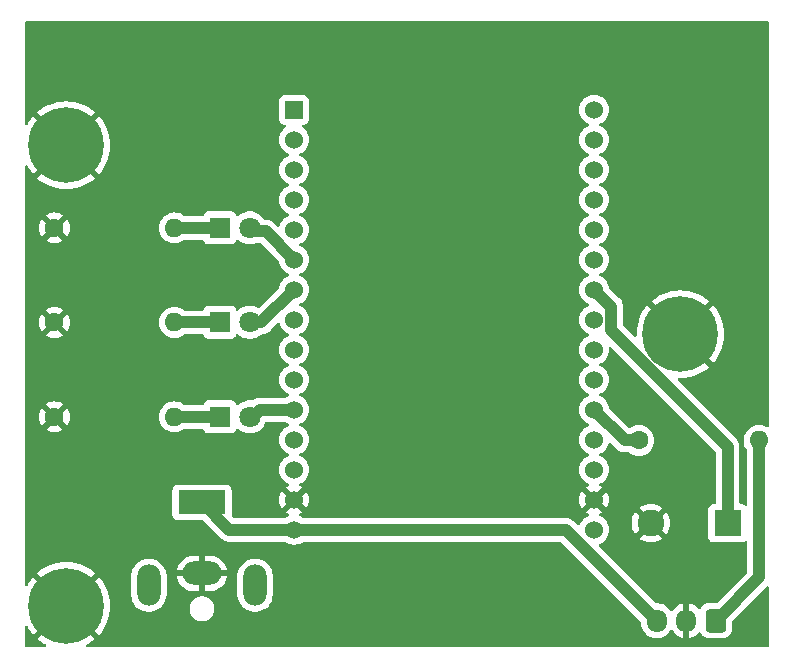
<source format=gbr>
%TF.GenerationSoftware,KiCad,Pcbnew,8.0.4+dfsg-1*%
%TF.CreationDate,2024-11-28T14:38:24-05:00*%
%TF.ProjectId,smart-fluid-flow-meter,736d6172-742d-4666-9c75-69642d666c6f,rev?*%
%TF.SameCoordinates,Original*%
%TF.FileFunction,Copper,L1,Top*%
%TF.FilePolarity,Positive*%
%FSLAX46Y46*%
G04 Gerber Fmt 4.6, Leading zero omitted, Abs format (unit mm)*
G04 Created by KiCad (PCBNEW 8.0.4+dfsg-1) date 2024-11-28 14:38:24*
%MOMM*%
%LPD*%
G01*
G04 APERTURE LIST*
G04 Aperture macros list*
%AMRoundRect*
0 Rectangle with rounded corners*
0 $1 Rounding radius*
0 $2 $3 $4 $5 $6 $7 $8 $9 X,Y pos of 4 corners*
0 Add a 4 corners polygon primitive as box body*
4,1,4,$2,$3,$4,$5,$6,$7,$8,$9,$2,$3,0*
0 Add four circle primitives for the rounded corners*
1,1,$1+$1,$2,$3*
1,1,$1+$1,$4,$5*
1,1,$1+$1,$6,$7*
1,1,$1+$1,$8,$9*
0 Add four rect primitives between the rounded corners*
20,1,$1+$1,$2,$3,$4,$5,0*
20,1,$1+$1,$4,$5,$6,$7,0*
20,1,$1+$1,$6,$7,$8,$9,0*
20,1,$1+$1,$8,$9,$2,$3,0*%
G04 Aperture macros list end*
%TA.AperFunction,ComponentPad*%
%ADD10C,1.600000*%
%TD*%
%TA.AperFunction,ComponentPad*%
%ADD11O,1.600000X1.600000*%
%TD*%
%TA.AperFunction,ComponentPad*%
%ADD12R,4.000000X2.000000*%
%TD*%
%TA.AperFunction,ComponentPad*%
%ADD13O,3.300000X2.000000*%
%TD*%
%TA.AperFunction,ComponentPad*%
%ADD14O,2.000000X3.500000*%
%TD*%
%TA.AperFunction,ComponentPad*%
%ADD15RoundRect,0.250000X0.600000X0.725000X-0.600000X0.725000X-0.600000X-0.725000X0.600000X-0.725000X0*%
%TD*%
%TA.AperFunction,ComponentPad*%
%ADD16O,1.700000X1.950000*%
%TD*%
%TA.AperFunction,ComponentPad*%
%ADD17C,0.800000*%
%TD*%
%TA.AperFunction,ComponentPad*%
%ADD18C,6.400000*%
%TD*%
%TA.AperFunction,ComponentPad*%
%ADD19C,1.524000*%
%TD*%
%TA.AperFunction,ComponentPad*%
%ADD20R,1.524000X1.524000*%
%TD*%
%TA.AperFunction,ComponentPad*%
%ADD21R,1.800000X1.800000*%
%TD*%
%TA.AperFunction,ComponentPad*%
%ADD22C,1.800000*%
%TD*%
%TA.AperFunction,ComponentPad*%
%ADD23R,2.250000X2.250000*%
%TD*%
%TA.AperFunction,ComponentPad*%
%ADD24C,2.250000*%
%TD*%
%TA.AperFunction,Conductor*%
%ADD25C,0.200000*%
%TD*%
%TA.AperFunction,Conductor*%
%ADD26C,1.000000*%
%TD*%
G04 APERTURE END LIST*
D10*
%TO.P,R2,1*%
%TO.N,0*%
X67000000Y-68000000D03*
D11*
%TO.P,R2,2*%
%TO.N,Net-(D2-K)*%
X77160000Y-68000000D03*
%TD*%
D12*
%TO.P,J2,1*%
%TO.N,Net-(J1-Pin_3)*%
X79500000Y-83250000D03*
D13*
%TO.P,J2,2*%
%TO.N,0*%
X79500000Y-89250000D03*
D14*
%TO.P,J2,MP*%
%TO.N,N/C*%
X75000000Y-90250000D03*
X84000000Y-90250000D03*
%TD*%
D15*
%TO.P,J1,1,Pin_1*%
%TO.N,Net-(J1-Pin_1)*%
X123000000Y-93250000D03*
D16*
%TO.P,J1,2,Pin_2*%
%TO.N,0*%
X120500000Y-93250000D03*
%TO.P,J1,3,Pin_3*%
%TO.N,Net-(J1-Pin_3)*%
X118000000Y-93250000D03*
%TD*%
D10*
%TO.P,R4,1*%
%TO.N,Net-(U2-D4)*%
X116500000Y-78000000D03*
D11*
%TO.P,R4,2*%
%TO.N,Net-(J1-Pin_1)*%
X126660000Y-78000000D03*
%TD*%
D17*
%TO.P,MH1,1,1*%
%TO.N,0*%
X65600000Y-92000000D03*
X66302944Y-90302944D03*
X66302944Y-93697056D03*
X68000000Y-89600000D03*
D18*
X68000000Y-92000000D03*
D17*
X68000000Y-94400000D03*
X69697056Y-90302944D03*
X69697056Y-93697056D03*
X70400000Y-92000000D03*
%TD*%
D10*
%TO.P,R1,1*%
%TO.N,0*%
X67000000Y-60000000D03*
D11*
%TO.P,R1,2*%
%TO.N,Net-(D1-K)*%
X77160000Y-60000000D03*
%TD*%
D19*
%TO.P,U2,1,3V3*%
%TO.N,unconnected-(U2-3V3-Pad1)*%
X112700000Y-85560000D03*
%TO.P,U2,2,GND*%
%TO.N,0*%
X112700000Y-83020000D03*
%TO.P,U2,3,D15*%
%TO.N,unconnected-(U2-D15-Pad3)*%
X112700000Y-80480000D03*
%TO.P,U2,4,D2*%
%TO.N,unconnected-(U2-D2-Pad4)*%
X112700000Y-77940000D03*
%TO.P,U2,5,D4*%
%TO.N,Net-(U2-D4)*%
X112700000Y-75400000D03*
%TO.P,U2,6,RX2*%
%TO.N,unconnected-(U2-RX2-Pad6)*%
X112700000Y-72860000D03*
%TO.P,U2,7,TX2*%
%TO.N,unconnected-(U2-TX2-Pad7)*%
X112700000Y-70320000D03*
%TO.P,U2,8,D5*%
%TO.N,unconnected-(U2-D5-Pad8)*%
X112700000Y-67780000D03*
%TO.P,U2,9,D18*%
%TO.N,Net-(U2-D18)*%
X112700000Y-65240000D03*
%TO.P,U2,10,D19*%
%TO.N,unconnected-(U2-D19-Pad10)*%
X112700000Y-62700000D03*
%TO.P,U2,11,D21*%
%TO.N,unconnected-(U2-D21-Pad11)*%
X112700000Y-60160000D03*
%TO.P,U2,12,RX0*%
%TO.N,unconnected-(U2-RX0-Pad12)*%
X112700000Y-57620000D03*
%TO.P,U2,13,TX0*%
%TO.N,unconnected-(U2-TX0-Pad13)*%
X112700000Y-55080000D03*
%TO.P,U2,14,D22*%
%TO.N,unconnected-(U2-D22-Pad14)*%
X112700000Y-52540000D03*
%TO.P,U2,15,D23*%
%TO.N,unconnected-(U2-D23-Pad15)*%
X112700000Y-50000000D03*
D20*
%TO.P,U2,16,EN*%
%TO.N,unconnected-(U2-EN-Pad16)*%
X87300000Y-50000000D03*
D19*
%TO.P,U2,17,VP*%
%TO.N,unconnected-(U2-VP-Pad17)*%
X87300000Y-52540000D03*
%TO.P,U2,18,VN*%
%TO.N,unconnected-(U2-VN-Pad18)*%
X87300000Y-55080000D03*
%TO.P,U2,19,D34*%
%TO.N,unconnected-(U2-D34-Pad19)*%
X87300000Y-57620000D03*
%TO.P,U2,20,D35*%
%TO.N,unconnected-(U2-D35-Pad20)*%
X87300000Y-60160000D03*
%TO.P,U2,21,D32*%
%TO.N,Net-(D1-A)*%
X87300000Y-62700000D03*
%TO.P,U2,22,D33*%
%TO.N,Net-(D2-A)*%
X87300000Y-65240000D03*
%TO.P,U2,23,D25*%
%TO.N,unconnected-(U2-D25-Pad23)*%
X87300000Y-67780000D03*
%TO.P,U2,24,D26*%
%TO.N,unconnected-(U2-D26-Pad24)*%
X87300000Y-70320000D03*
%TO.P,U2,25,D27*%
%TO.N,unconnected-(U2-D27-Pad25)*%
X87300000Y-72860000D03*
%TO.P,U2,26,D14*%
%TO.N,Net-(D3-A)*%
X87300000Y-75400000D03*
%TO.P,U2,27,D12*%
%TO.N,unconnected-(U2-D12-Pad27)*%
X87300000Y-77940000D03*
%TO.P,U2,28,D13*%
%TO.N,unconnected-(U2-D13-Pad28)*%
X87300000Y-80480000D03*
%TO.P,U2,29,GND*%
%TO.N,0*%
X87300000Y-83020000D03*
%TO.P,U2,30,VIN*%
%TO.N,Net-(J1-Pin_3)*%
X87300000Y-85560000D03*
%TD*%
D17*
%TO.P,MH2,1,1*%
%TO.N,0*%
X65600000Y-53000000D03*
X66302944Y-51302944D03*
X66302944Y-54697056D03*
X68000000Y-50600000D03*
D18*
X68000000Y-53000000D03*
D17*
X68000000Y-55400000D03*
X69697056Y-51302944D03*
X69697056Y-54697056D03*
X70400000Y-53000000D03*
%TD*%
D21*
%TO.P,D2,1,K*%
%TO.N,Net-(D2-K)*%
X81000000Y-68000000D03*
D22*
%TO.P,D2,2,A*%
%TO.N,Net-(D2-A)*%
X83540000Y-68000000D03*
%TD*%
D10*
%TO.P,R3,1*%
%TO.N,0*%
X67000000Y-76000000D03*
D11*
%TO.P,R3,2*%
%TO.N,Net-(D3-K)*%
X77160000Y-76000000D03*
%TD*%
D17*
%TO.P,MH3,1,1*%
%TO.N,0*%
X117600000Y-69000000D03*
X118302944Y-67302944D03*
X118302944Y-70697056D03*
X120000000Y-66600000D03*
D18*
X120000000Y-69000000D03*
D17*
X120000000Y-71400000D03*
X121697056Y-67302944D03*
X121697056Y-70697056D03*
X122400000Y-69000000D03*
%TD*%
D21*
%TO.P,D1,1,K*%
%TO.N,Net-(D1-K)*%
X81000000Y-60000000D03*
D22*
%TO.P,D1,2,A*%
%TO.N,Net-(D1-A)*%
X83540000Y-60000000D03*
%TD*%
D23*
%TO.P,SW1,1,1*%
%TO.N,Net-(U2-D18)*%
X124000000Y-85000000D03*
D24*
%TO.P,SW1,2,2*%
%TO.N,0*%
X117500000Y-85000000D03*
%TD*%
D21*
%TO.P,D3,1,K*%
%TO.N,Net-(D3-K)*%
X81000000Y-76000000D03*
D22*
%TO.P,D3,2,A*%
%TO.N,Net-(D3-A)*%
X83540000Y-76000000D03*
%TD*%
D25*
%TO.N,0*%
X70400000Y-92000000D02*
X70800000Y-92400000D01*
D26*
X120500000Y-93250000D02*
X120500000Y-93225000D01*
D25*
X67000000Y-91000000D02*
X68000000Y-92000000D01*
D26*
%TO.N,Net-(D1-A)*%
X84900000Y-60300000D02*
X87300000Y-62700000D01*
X84050000Y-60300000D02*
X84900000Y-60300000D01*
X83750000Y-60000000D02*
X84050000Y-60300000D01*
X83540000Y-60000000D02*
X83750000Y-60000000D01*
%TO.N,Net-(D1-K)*%
X77160000Y-60000000D02*
X81000000Y-60000000D01*
%TO.N,Net-(D2-K)*%
X77160000Y-68000000D02*
X81000000Y-68000000D01*
%TO.N,Net-(D2-A)*%
X84540000Y-68000000D02*
X87300000Y-65240000D01*
X83540000Y-68000000D02*
X84540000Y-68000000D01*
%TO.N,Net-(D3-K)*%
X77160000Y-76000000D02*
X81000000Y-76000000D01*
D25*
%TO.N,Net-(D3-A)*%
X84140000Y-75400000D02*
X83540000Y-76000000D01*
D26*
X83800000Y-76000000D02*
X84400000Y-75400000D01*
D25*
X83540000Y-76000000D02*
X83800000Y-76000000D01*
D26*
X84400000Y-75400000D02*
X87300000Y-75400000D01*
%TO.N,Net-(J1-Pin_1)*%
X123000000Y-93250000D02*
X126660000Y-89590000D01*
X126660000Y-89590000D02*
X126660000Y-78000000D01*
%TO.N,Net-(U2-D4)*%
X115300000Y-78000000D02*
X112700000Y-75400000D01*
X116500000Y-78000000D02*
X115300000Y-78000000D01*
%TO.N,Net-(U2-D18)*%
X124000000Y-78515433D02*
X114162000Y-68677433D01*
X114162000Y-68677433D02*
X114162000Y-66702000D01*
X124000000Y-78515433D02*
X124000000Y-85000000D01*
X114162000Y-66702000D02*
X112700000Y-65240000D01*
%TO.N,Net-(J1-Pin_3)*%
X81810000Y-85560000D02*
X79500000Y-83250000D01*
X110310000Y-85560000D02*
X118000000Y-93250000D01*
X87300000Y-85560000D02*
X81810000Y-85560000D01*
X87300000Y-85560000D02*
X110310000Y-85560000D01*
%TD*%
%TA.AperFunction,Conductor*%
%TO.N,0*%
G36*
X66779588Y-93042330D02*
G01*
X66957670Y-93220412D01*
X67059300Y-93294251D01*
X65564648Y-94788903D01*
X65564649Y-94788904D01*
X65822206Y-94997468D01*
X66147456Y-95208689D01*
X66258001Y-95265015D01*
X66308797Y-95312990D01*
X66325592Y-95380811D01*
X66303055Y-95446945D01*
X66248340Y-95490397D01*
X66201706Y-95499500D01*
X64624500Y-95499500D01*
X64557461Y-95479815D01*
X64511706Y-95427011D01*
X64500500Y-95375500D01*
X64500500Y-93798293D01*
X64520185Y-93731254D01*
X64572989Y-93685499D01*
X64642147Y-93675555D01*
X64705703Y-93704580D01*
X64734985Y-93741999D01*
X64791307Y-93852538D01*
X64791308Y-93852541D01*
X65002531Y-94177793D01*
X65211095Y-94435350D01*
X65211096Y-94435350D01*
X66705748Y-92940698D01*
X66779588Y-93042330D01*
G37*
%TD.AperFunction*%
%TA.AperFunction,Conductor*%
G36*
X127442539Y-42520185D02*
G01*
X127488294Y-42572989D01*
X127499500Y-42624500D01*
X127499500Y-76762487D01*
X127479815Y-76829526D01*
X127427011Y-76875281D01*
X127357853Y-76885225D01*
X127317805Y-76871365D01*
X127317640Y-76871720D01*
X127314216Y-76870123D01*
X127313507Y-76869878D01*
X127312738Y-76869434D01*
X127106497Y-76773261D01*
X127106488Y-76773258D01*
X126886697Y-76714366D01*
X126886693Y-76714365D01*
X126886692Y-76714365D01*
X126886691Y-76714364D01*
X126886686Y-76714364D01*
X126660002Y-76694532D01*
X126659998Y-76694532D01*
X126433313Y-76714364D01*
X126433302Y-76714366D01*
X126213511Y-76773258D01*
X126213502Y-76773261D01*
X126007267Y-76869431D01*
X126007265Y-76869432D01*
X125820858Y-76999954D01*
X125659954Y-77160858D01*
X125529432Y-77347265D01*
X125529431Y-77347267D01*
X125433261Y-77553502D01*
X125433258Y-77553511D01*
X125374366Y-77773302D01*
X125374364Y-77773313D01*
X125354532Y-77999998D01*
X125354532Y-78000001D01*
X125374364Y-78226686D01*
X125374366Y-78226697D01*
X125433258Y-78446488D01*
X125433261Y-78446496D01*
X125529432Y-78652734D01*
X125616541Y-78777140D01*
X125637075Y-78806465D01*
X125659402Y-78872671D01*
X125659500Y-78877588D01*
X125659500Y-83402199D01*
X125639815Y-83469238D01*
X125587011Y-83514993D01*
X125517853Y-83524937D01*
X125461189Y-83501466D01*
X125446370Y-83490373D01*
X125367331Y-83431204D01*
X125367329Y-83431203D01*
X125367328Y-83431202D01*
X125232482Y-83380908D01*
X125232483Y-83380908D01*
X125172883Y-83374501D01*
X125172881Y-83374500D01*
X125172873Y-83374500D01*
X125172865Y-83374500D01*
X125124500Y-83374500D01*
X125057461Y-83354815D01*
X125011706Y-83302011D01*
X125000500Y-83250500D01*
X125000500Y-78416889D01*
X124982093Y-78324356D01*
X124969822Y-78262666D01*
X124962051Y-78223597D01*
X124910251Y-78098541D01*
X124886632Y-78041519D01*
X124818801Y-77940002D01*
X124777139Y-77877650D01*
X124634686Y-77735197D01*
X124634655Y-77735168D01*
X119811112Y-72911625D01*
X119777627Y-72850302D01*
X119782611Y-72780610D01*
X119824483Y-72724677D01*
X119889947Y-72700260D01*
X119905283Y-72700114D01*
X119999999Y-72705078D01*
X120000001Y-72705078D01*
X120387287Y-72684780D01*
X120770323Y-72624113D01*
X120770330Y-72624112D01*
X121144936Y-72523737D01*
X121506994Y-72384755D01*
X121852543Y-72208689D01*
X122177783Y-71997476D01*
X122177785Y-71997475D01*
X122435349Y-71788902D01*
X120940698Y-70294251D01*
X121042330Y-70220412D01*
X121220412Y-70042330D01*
X121294251Y-69940698D01*
X122788902Y-71435349D01*
X122997475Y-71177785D01*
X122997476Y-71177783D01*
X123208689Y-70852543D01*
X123384755Y-70506994D01*
X123523737Y-70144936D01*
X123624112Y-69770330D01*
X123624113Y-69770323D01*
X123684780Y-69387287D01*
X123705078Y-68999992D01*
X123684780Y-68612712D01*
X123624113Y-68229676D01*
X123624112Y-68229669D01*
X123523737Y-67855063D01*
X123384755Y-67493005D01*
X123208689Y-67147456D01*
X122997468Y-66822206D01*
X122788904Y-66564649D01*
X122788903Y-66564648D01*
X121294251Y-68059300D01*
X121220412Y-67957670D01*
X121042330Y-67779588D01*
X120940698Y-67705748D01*
X122435350Y-66211096D01*
X122435350Y-66211095D01*
X122177793Y-66002531D01*
X121852543Y-65791310D01*
X121506994Y-65615244D01*
X121144936Y-65476262D01*
X120770330Y-65375887D01*
X120770323Y-65375886D01*
X120387287Y-65315219D01*
X120000001Y-65294922D01*
X119999999Y-65294922D01*
X119612712Y-65315219D01*
X119229676Y-65375886D01*
X119229669Y-65375887D01*
X118855063Y-65476262D01*
X118493005Y-65615244D01*
X118147456Y-65791310D01*
X117822206Y-66002531D01*
X117564648Y-66211095D01*
X117564648Y-66211096D01*
X119059301Y-67705748D01*
X118957670Y-67779588D01*
X118779588Y-67957670D01*
X118705748Y-68059301D01*
X117211096Y-66564648D01*
X117211095Y-66564648D01*
X117002531Y-66822206D01*
X116791310Y-67147456D01*
X116615244Y-67493005D01*
X116476262Y-67855063D01*
X116375887Y-68229669D01*
X116375886Y-68229676D01*
X116315219Y-68612712D01*
X116294922Y-68999992D01*
X116294922Y-69000002D01*
X116299885Y-69094717D01*
X116283736Y-69162695D01*
X116233398Y-69211150D01*
X116164855Y-69224699D01*
X116099867Y-69199040D01*
X116088374Y-69188887D01*
X115198819Y-68299332D01*
X115165334Y-68238009D01*
X115162500Y-68211651D01*
X115162500Y-66603456D01*
X115124052Y-66410170D01*
X115124051Y-66410169D01*
X115124051Y-66410165D01*
X115093967Y-66337535D01*
X115048635Y-66228092D01*
X115048628Y-66228079D01*
X114939139Y-66064218D01*
X114939136Y-66064214D01*
X114796686Y-65921764D01*
X114796655Y-65921735D01*
X113985085Y-65110165D01*
X113951600Y-65048842D01*
X113949238Y-65033287D01*
X113948070Y-65019935D01*
X113948070Y-65019934D01*
X113948070Y-65019932D01*
X113890894Y-64806550D01*
X113797534Y-64606339D01*
X113670826Y-64425380D01*
X113514620Y-64269174D01*
X113514616Y-64269171D01*
X113514615Y-64269170D01*
X113333666Y-64142468D01*
X113333658Y-64142464D01*
X113204811Y-64082382D01*
X113152371Y-64036210D01*
X113133219Y-63969017D01*
X113153435Y-63902135D01*
X113204811Y-63857618D01*
X113210802Y-63854824D01*
X113333662Y-63797534D01*
X113514620Y-63670826D01*
X113670826Y-63514620D01*
X113797534Y-63333662D01*
X113890894Y-63133450D01*
X113948070Y-62920068D01*
X113967323Y-62700000D01*
X113948070Y-62479932D01*
X113890894Y-62266550D01*
X113797534Y-62066339D01*
X113670826Y-61885380D01*
X113514620Y-61729174D01*
X113514616Y-61729171D01*
X113514615Y-61729170D01*
X113333666Y-61602468D01*
X113333658Y-61602464D01*
X113204811Y-61542382D01*
X113152371Y-61496210D01*
X113133219Y-61429017D01*
X113153435Y-61362135D01*
X113204811Y-61317618D01*
X113210802Y-61314824D01*
X113333662Y-61257534D01*
X113514620Y-61130826D01*
X113670826Y-60974620D01*
X113797534Y-60793662D01*
X113890894Y-60593450D01*
X113948070Y-60380068D01*
X113967323Y-60160000D01*
X113948070Y-59939932D01*
X113890894Y-59726550D01*
X113797534Y-59526339D01*
X113734180Y-59435859D01*
X113670827Y-59345381D01*
X113599972Y-59274526D01*
X113514620Y-59189174D01*
X113514616Y-59189171D01*
X113514615Y-59189170D01*
X113333666Y-59062468D01*
X113333658Y-59062464D01*
X113204811Y-59002382D01*
X113152371Y-58956210D01*
X113133219Y-58889017D01*
X113153435Y-58822135D01*
X113204811Y-58777618D01*
X113214161Y-58773258D01*
X113333662Y-58717534D01*
X113514620Y-58590826D01*
X113670826Y-58434620D01*
X113797534Y-58253662D01*
X113890894Y-58053450D01*
X113948070Y-57840068D01*
X113967323Y-57620000D01*
X113948070Y-57399932D01*
X113890894Y-57186550D01*
X113797534Y-56986339D01*
X113670826Y-56805380D01*
X113514620Y-56649174D01*
X113514616Y-56649171D01*
X113514615Y-56649170D01*
X113333666Y-56522468D01*
X113333658Y-56522464D01*
X113204811Y-56462382D01*
X113152371Y-56416210D01*
X113133219Y-56349017D01*
X113153435Y-56282135D01*
X113204811Y-56237618D01*
X113210802Y-56234824D01*
X113333662Y-56177534D01*
X113514620Y-56050826D01*
X113670826Y-55894620D01*
X113797534Y-55713662D01*
X113890894Y-55513450D01*
X113948070Y-55300068D01*
X113967323Y-55080000D01*
X113948070Y-54859932D01*
X113890894Y-54646550D01*
X113797534Y-54446339D01*
X113670826Y-54265380D01*
X113514620Y-54109174D01*
X113514616Y-54109171D01*
X113514615Y-54109170D01*
X113333666Y-53982468D01*
X113333658Y-53982464D01*
X113204811Y-53922382D01*
X113152371Y-53876210D01*
X113133219Y-53809017D01*
X113153435Y-53742135D01*
X113204811Y-53697618D01*
X113210802Y-53694824D01*
X113333662Y-53637534D01*
X113514620Y-53510826D01*
X113670826Y-53354620D01*
X113797534Y-53173662D01*
X113890894Y-52973450D01*
X113948070Y-52760068D01*
X113967323Y-52540000D01*
X113948070Y-52319932D01*
X113890894Y-52106550D01*
X113797534Y-51906339D01*
X113670826Y-51725380D01*
X113514620Y-51569174D01*
X113514616Y-51569171D01*
X113514615Y-51569170D01*
X113333666Y-51442468D01*
X113333658Y-51442464D01*
X113204811Y-51382382D01*
X113152371Y-51336210D01*
X113133219Y-51269017D01*
X113153435Y-51202135D01*
X113204811Y-51157618D01*
X113226603Y-51147456D01*
X113333662Y-51097534D01*
X113514620Y-50970826D01*
X113670826Y-50814620D01*
X113797534Y-50633662D01*
X113890894Y-50433450D01*
X113948070Y-50220068D01*
X113967323Y-50000000D01*
X113948070Y-49779932D01*
X113890894Y-49566550D01*
X113797534Y-49366339D01*
X113734180Y-49275859D01*
X113670827Y-49185381D01*
X113615962Y-49130516D01*
X113514620Y-49029174D01*
X113514616Y-49029171D01*
X113514615Y-49029170D01*
X113333666Y-48902468D01*
X113333662Y-48902466D01*
X113286457Y-48880454D01*
X113133450Y-48809106D01*
X113133447Y-48809105D01*
X113133445Y-48809104D01*
X112920070Y-48751930D01*
X112920062Y-48751929D01*
X112700002Y-48732677D01*
X112699998Y-48732677D01*
X112479937Y-48751929D01*
X112479929Y-48751930D01*
X112266554Y-48809104D01*
X112266548Y-48809107D01*
X112066340Y-48902465D01*
X112066338Y-48902466D01*
X111885377Y-49029175D01*
X111729175Y-49185377D01*
X111602466Y-49366338D01*
X111602465Y-49366340D01*
X111509107Y-49566548D01*
X111509104Y-49566554D01*
X111451930Y-49779929D01*
X111451929Y-49779937D01*
X111432677Y-49999997D01*
X111432677Y-50000002D01*
X111451929Y-50220062D01*
X111451930Y-50220070D01*
X111509104Y-50433445D01*
X111509105Y-50433447D01*
X111509106Y-50433450D01*
X111570285Y-50564649D01*
X111602466Y-50633662D01*
X111602468Y-50633666D01*
X111729170Y-50814615D01*
X111729175Y-50814621D01*
X111885378Y-50970824D01*
X111885384Y-50970829D01*
X112066333Y-51097531D01*
X112066335Y-51097532D01*
X112066338Y-51097534D01*
X112173397Y-51147456D01*
X112195189Y-51157618D01*
X112247628Y-51203790D01*
X112266780Y-51270984D01*
X112246564Y-51337865D01*
X112195189Y-51382382D01*
X112066340Y-51442465D01*
X112066338Y-51442466D01*
X111885377Y-51569175D01*
X111729175Y-51725377D01*
X111602466Y-51906338D01*
X111602465Y-51906340D01*
X111509107Y-52106548D01*
X111509104Y-52106554D01*
X111451930Y-52319929D01*
X111451929Y-52319937D01*
X111432677Y-52539997D01*
X111432677Y-52540002D01*
X111451929Y-52760062D01*
X111451930Y-52760070D01*
X111509104Y-52973445D01*
X111509105Y-52973447D01*
X111509106Y-52973450D01*
X111580205Y-53125923D01*
X111602466Y-53173662D01*
X111602468Y-53173666D01*
X111729170Y-53354615D01*
X111729175Y-53354621D01*
X111885378Y-53510824D01*
X111885384Y-53510829D01*
X112066333Y-53637531D01*
X112066335Y-53637532D01*
X112066338Y-53637534D01*
X112185748Y-53693215D01*
X112195189Y-53697618D01*
X112247628Y-53743790D01*
X112266780Y-53810984D01*
X112246564Y-53877865D01*
X112195189Y-53922382D01*
X112066340Y-53982465D01*
X112066338Y-53982466D01*
X111885377Y-54109175D01*
X111729175Y-54265377D01*
X111602466Y-54446338D01*
X111602465Y-54446340D01*
X111509107Y-54646548D01*
X111509104Y-54646554D01*
X111451930Y-54859929D01*
X111451929Y-54859937D01*
X111432677Y-55079997D01*
X111432677Y-55080002D01*
X111451929Y-55300062D01*
X111451930Y-55300070D01*
X111509104Y-55513445D01*
X111509105Y-55513447D01*
X111509106Y-55513450D01*
X111602466Y-55713662D01*
X111602468Y-55713666D01*
X111729170Y-55894615D01*
X111729175Y-55894621D01*
X111885378Y-56050824D01*
X111885384Y-56050829D01*
X112066333Y-56177531D01*
X112066335Y-56177532D01*
X112066338Y-56177534D01*
X112185748Y-56233215D01*
X112195189Y-56237618D01*
X112247628Y-56283790D01*
X112266780Y-56350984D01*
X112246564Y-56417865D01*
X112195189Y-56462382D01*
X112066340Y-56522465D01*
X112066338Y-56522466D01*
X111885377Y-56649175D01*
X111729175Y-56805377D01*
X111602466Y-56986338D01*
X111602465Y-56986340D01*
X111509107Y-57186548D01*
X111509104Y-57186554D01*
X111451930Y-57399929D01*
X111451929Y-57399937D01*
X111432677Y-57619997D01*
X111432677Y-57620002D01*
X111451929Y-57840062D01*
X111451930Y-57840070D01*
X111509104Y-58053445D01*
X111509105Y-58053447D01*
X111509106Y-58053450D01*
X111602466Y-58253662D01*
X111602468Y-58253666D01*
X111729170Y-58434615D01*
X111729175Y-58434621D01*
X111885378Y-58590824D01*
X111885384Y-58590829D01*
X112066333Y-58717531D01*
X112066335Y-58717532D01*
X112066338Y-58717534D01*
X112185748Y-58773215D01*
X112195189Y-58777618D01*
X112247628Y-58823790D01*
X112266780Y-58890984D01*
X112246564Y-58957865D01*
X112195189Y-59002382D01*
X112066340Y-59062465D01*
X112066338Y-59062466D01*
X111885377Y-59189175D01*
X111729175Y-59345377D01*
X111602466Y-59526338D01*
X111602465Y-59526340D01*
X111509107Y-59726548D01*
X111509104Y-59726554D01*
X111451930Y-59939929D01*
X111451929Y-59939937D01*
X111432677Y-60159997D01*
X111432677Y-60160002D01*
X111451929Y-60380062D01*
X111451930Y-60380070D01*
X111509104Y-60593445D01*
X111509105Y-60593447D01*
X111509106Y-60593450D01*
X111570668Y-60725471D01*
X111602466Y-60793662D01*
X111602468Y-60793666D01*
X111729170Y-60974615D01*
X111729175Y-60974621D01*
X111885378Y-61130824D01*
X111885384Y-61130829D01*
X112066333Y-61257531D01*
X112066335Y-61257532D01*
X112066338Y-61257534D01*
X112168057Y-61304966D01*
X112195189Y-61317618D01*
X112247628Y-61363790D01*
X112266780Y-61430984D01*
X112246564Y-61497865D01*
X112195189Y-61542382D01*
X112066340Y-61602465D01*
X112066338Y-61602466D01*
X111885377Y-61729175D01*
X111729175Y-61885377D01*
X111602466Y-62066338D01*
X111602465Y-62066340D01*
X111509107Y-62266548D01*
X111509104Y-62266554D01*
X111451930Y-62479929D01*
X111451929Y-62479937D01*
X111432677Y-62699997D01*
X111432677Y-62700002D01*
X111451929Y-62920062D01*
X111451930Y-62920070D01*
X111509104Y-63133445D01*
X111509105Y-63133447D01*
X111509106Y-63133450D01*
X111602466Y-63333662D01*
X111602468Y-63333666D01*
X111729170Y-63514615D01*
X111729175Y-63514621D01*
X111885378Y-63670824D01*
X111885384Y-63670829D01*
X112066333Y-63797531D01*
X112066335Y-63797532D01*
X112066338Y-63797534D01*
X112185748Y-63853215D01*
X112195189Y-63857618D01*
X112247628Y-63903790D01*
X112266780Y-63970984D01*
X112246564Y-64037865D01*
X112195189Y-64082382D01*
X112066340Y-64142465D01*
X112066338Y-64142466D01*
X111885377Y-64269175D01*
X111729175Y-64425377D01*
X111602466Y-64606338D01*
X111602465Y-64606340D01*
X111509107Y-64806548D01*
X111509104Y-64806554D01*
X111451930Y-65019929D01*
X111451929Y-65019937D01*
X111432677Y-65239997D01*
X111432677Y-65240002D01*
X111451929Y-65460062D01*
X111451930Y-65460070D01*
X111509104Y-65673445D01*
X111509105Y-65673447D01*
X111509106Y-65673450D01*
X111564065Y-65791310D01*
X111602466Y-65873662D01*
X111602468Y-65873666D01*
X111729170Y-66054615D01*
X111729175Y-66054621D01*
X111885378Y-66210824D01*
X111885384Y-66210829D01*
X112066333Y-66337531D01*
X112066335Y-66337532D01*
X112066338Y-66337534D01*
X112185748Y-66393215D01*
X112195189Y-66397618D01*
X112247628Y-66443790D01*
X112266780Y-66510984D01*
X112246564Y-66577865D01*
X112195189Y-66622382D01*
X112066340Y-66682465D01*
X112066338Y-66682466D01*
X111885377Y-66809175D01*
X111729175Y-66965377D01*
X111602466Y-67146338D01*
X111602465Y-67146340D01*
X111509107Y-67346548D01*
X111509104Y-67346554D01*
X111451930Y-67559929D01*
X111451929Y-67559937D01*
X111432677Y-67779997D01*
X111432677Y-67780002D01*
X111451929Y-68000062D01*
X111451930Y-68000070D01*
X111509104Y-68213445D01*
X111509105Y-68213447D01*
X111509106Y-68213450D01*
X111558828Y-68320080D01*
X111602466Y-68413662D01*
X111602468Y-68413666D01*
X111729170Y-68594615D01*
X111729175Y-68594621D01*
X111885378Y-68750824D01*
X111885384Y-68750829D01*
X112066333Y-68877531D01*
X112066335Y-68877532D01*
X112066338Y-68877534D01*
X112185748Y-68933215D01*
X112195189Y-68937618D01*
X112247628Y-68983790D01*
X112266780Y-69050984D01*
X112246564Y-69117865D01*
X112195189Y-69162382D01*
X112066340Y-69222465D01*
X112066338Y-69222466D01*
X111885377Y-69349175D01*
X111729175Y-69505377D01*
X111602466Y-69686338D01*
X111602465Y-69686340D01*
X111509107Y-69886548D01*
X111509104Y-69886554D01*
X111451930Y-70099929D01*
X111451929Y-70099937D01*
X111432677Y-70319997D01*
X111432677Y-70320002D01*
X111451929Y-70540062D01*
X111451930Y-70540070D01*
X111509104Y-70753445D01*
X111509105Y-70753447D01*
X111509106Y-70753450D01*
X111555314Y-70852543D01*
X111602466Y-70953662D01*
X111602468Y-70953666D01*
X111729170Y-71134615D01*
X111729175Y-71134621D01*
X111885378Y-71290824D01*
X111885384Y-71290829D01*
X112066333Y-71417531D01*
X112066335Y-71417532D01*
X112066338Y-71417534D01*
X112104543Y-71435349D01*
X112195189Y-71477618D01*
X112247628Y-71523790D01*
X112266780Y-71590984D01*
X112246564Y-71657865D01*
X112195189Y-71702382D01*
X112066340Y-71762465D01*
X112066338Y-71762466D01*
X111885377Y-71889175D01*
X111729175Y-72045377D01*
X111602466Y-72226338D01*
X111602465Y-72226340D01*
X111509107Y-72426548D01*
X111509104Y-72426554D01*
X111451930Y-72639929D01*
X111451929Y-72639937D01*
X111432677Y-72859997D01*
X111432677Y-72860002D01*
X111451929Y-73080062D01*
X111451930Y-73080070D01*
X111509104Y-73293445D01*
X111509105Y-73293447D01*
X111509106Y-73293450D01*
X111602466Y-73493662D01*
X111602468Y-73493666D01*
X111729170Y-73674615D01*
X111729175Y-73674621D01*
X111885378Y-73830824D01*
X111885384Y-73830829D01*
X112066333Y-73957531D01*
X112066335Y-73957532D01*
X112066338Y-73957534D01*
X112185748Y-74013215D01*
X112195189Y-74017618D01*
X112247628Y-74063790D01*
X112266780Y-74130984D01*
X112246564Y-74197865D01*
X112195189Y-74242382D01*
X112066340Y-74302465D01*
X112066338Y-74302466D01*
X111885377Y-74429175D01*
X111729175Y-74585377D01*
X111602466Y-74766338D01*
X111602465Y-74766340D01*
X111509107Y-74966548D01*
X111509104Y-74966554D01*
X111451930Y-75179929D01*
X111451929Y-75179937D01*
X111432677Y-75399997D01*
X111432677Y-75400002D01*
X111451929Y-75620062D01*
X111451930Y-75620070D01*
X111509104Y-75833445D01*
X111509105Y-75833447D01*
X111509106Y-75833450D01*
X111562213Y-75947339D01*
X111602466Y-76033662D01*
X111602468Y-76033666D01*
X111729170Y-76214615D01*
X111729175Y-76214621D01*
X111885378Y-76370824D01*
X111885384Y-76370829D01*
X112066333Y-76497531D01*
X112066335Y-76497532D01*
X112066338Y-76497534D01*
X112185748Y-76553215D01*
X112195189Y-76557618D01*
X112247628Y-76603790D01*
X112266780Y-76670984D01*
X112246564Y-76737865D01*
X112195189Y-76782382D01*
X112066340Y-76842465D01*
X112066338Y-76842466D01*
X111885377Y-76969175D01*
X111729175Y-77125377D01*
X111602466Y-77306338D01*
X111602465Y-77306340D01*
X111509107Y-77506548D01*
X111509104Y-77506554D01*
X111451930Y-77719929D01*
X111451929Y-77719937D01*
X111432677Y-77939997D01*
X111432677Y-77940002D01*
X111451929Y-78160062D01*
X111451930Y-78160070D01*
X111509104Y-78373445D01*
X111509105Y-78373447D01*
X111509106Y-78373450D01*
X111602466Y-78573662D01*
X111602468Y-78573666D01*
X111729170Y-78754615D01*
X111729175Y-78754621D01*
X111885378Y-78910824D01*
X111885384Y-78910829D01*
X112066333Y-79037531D01*
X112066335Y-79037532D01*
X112066338Y-79037534D01*
X112185748Y-79093215D01*
X112195189Y-79097618D01*
X112247628Y-79143790D01*
X112266780Y-79210984D01*
X112246564Y-79277865D01*
X112195189Y-79322382D01*
X112066340Y-79382465D01*
X112066338Y-79382466D01*
X111885377Y-79509175D01*
X111729175Y-79665377D01*
X111602466Y-79846338D01*
X111602465Y-79846340D01*
X111509107Y-80046548D01*
X111509104Y-80046554D01*
X111451930Y-80259929D01*
X111451929Y-80259937D01*
X111432677Y-80479997D01*
X111432677Y-80480002D01*
X111451929Y-80700062D01*
X111451930Y-80700070D01*
X111509104Y-80913445D01*
X111509105Y-80913447D01*
X111509106Y-80913450D01*
X111602466Y-81113662D01*
X111602468Y-81113666D01*
X111729170Y-81294615D01*
X111729175Y-81294621D01*
X111885378Y-81450824D01*
X111885384Y-81450829D01*
X112066333Y-81577531D01*
X112066335Y-81577532D01*
X112066338Y-81577534D01*
X112195781Y-81637894D01*
X112248220Y-81684066D01*
X112267372Y-81751260D01*
X112247156Y-81818141D01*
X112195781Y-81862658D01*
X112066590Y-81922901D01*
X112001811Y-81968258D01*
X112672553Y-82639000D01*
X112649840Y-82639000D01*
X112552939Y-82664964D01*
X112466060Y-82715124D01*
X112395124Y-82786060D01*
X112344964Y-82872939D01*
X112319000Y-82969840D01*
X112319000Y-82992553D01*
X111648258Y-82321811D01*
X111602901Y-82386590D01*
X111509579Y-82586720D01*
X111509575Y-82586729D01*
X111452426Y-82800013D01*
X111452424Y-82800023D01*
X111433179Y-83019999D01*
X111433179Y-83020000D01*
X111452424Y-83239976D01*
X111452426Y-83239986D01*
X111509575Y-83453270D01*
X111509580Y-83453284D01*
X111602898Y-83653405D01*
X111602901Y-83653411D01*
X111648258Y-83718187D01*
X111648259Y-83718188D01*
X112319000Y-83047447D01*
X112319000Y-83070160D01*
X112344964Y-83167061D01*
X112395124Y-83253940D01*
X112466060Y-83324876D01*
X112552939Y-83375036D01*
X112649840Y-83401000D01*
X112672553Y-83401000D01*
X112001810Y-84071740D01*
X112066589Y-84117098D01*
X112195781Y-84177342D01*
X112248220Y-84223514D01*
X112267372Y-84290708D01*
X112247156Y-84357589D01*
X112195781Y-84402106D01*
X112066340Y-84462465D01*
X112066338Y-84462466D01*
X111885377Y-84589175D01*
X111729175Y-84745377D01*
X111602466Y-84926338D01*
X111602465Y-84926340D01*
X111514735Y-85114476D01*
X111468562Y-85166915D01*
X111401368Y-85186067D01*
X111334487Y-85165851D01*
X111314672Y-85149752D01*
X111094209Y-84929289D01*
X111094206Y-84929285D01*
X111094206Y-84929286D01*
X111087139Y-84922219D01*
X111087139Y-84922218D01*
X110947782Y-84782861D01*
X110947781Y-84782860D01*
X110947780Y-84782859D01*
X110783920Y-84673371D01*
X110783911Y-84673366D01*
X110711315Y-84643296D01*
X110655165Y-84620038D01*
X110601836Y-84597949D01*
X110601832Y-84597948D01*
X110601828Y-84597946D01*
X110505188Y-84578724D01*
X110408544Y-84559500D01*
X110408541Y-84559500D01*
X88111338Y-84559500D01*
X88044299Y-84539815D01*
X88040232Y-84537087D01*
X87933662Y-84462466D01*
X87933663Y-84462466D01*
X87933661Y-84462465D01*
X87804218Y-84402105D01*
X87751779Y-84355932D01*
X87732627Y-84288739D01*
X87752843Y-84221858D01*
X87804219Y-84177340D01*
X87933416Y-84117095D01*
X87933417Y-84117094D01*
X87998188Y-84071741D01*
X87327448Y-83401000D01*
X87350160Y-83401000D01*
X87447061Y-83375036D01*
X87533940Y-83324876D01*
X87604876Y-83253940D01*
X87655036Y-83167061D01*
X87681000Y-83070160D01*
X87681000Y-83047447D01*
X88351741Y-83718188D01*
X88397094Y-83653417D01*
X88397100Y-83653407D01*
X88490419Y-83453284D01*
X88490424Y-83453270D01*
X88547573Y-83239986D01*
X88547575Y-83239976D01*
X88566821Y-83020000D01*
X88566821Y-83019999D01*
X88547575Y-82800023D01*
X88547573Y-82800013D01*
X88490424Y-82586729D01*
X88490420Y-82586720D01*
X88397096Y-82386586D01*
X88351741Y-82321811D01*
X88351740Y-82321810D01*
X87681000Y-82992551D01*
X87681000Y-82969840D01*
X87655036Y-82872939D01*
X87604876Y-82786060D01*
X87533940Y-82715124D01*
X87447061Y-82664964D01*
X87350160Y-82639000D01*
X87327448Y-82639000D01*
X87998188Y-81968259D01*
X87998187Y-81968258D01*
X87933411Y-81922901D01*
X87933405Y-81922898D01*
X87804219Y-81862658D01*
X87751779Y-81816486D01*
X87732627Y-81749293D01*
X87752843Y-81682411D01*
X87804219Y-81637894D01*
X87933662Y-81577534D01*
X88114620Y-81450826D01*
X88270826Y-81294620D01*
X88397534Y-81113662D01*
X88490894Y-80913450D01*
X88548070Y-80700068D01*
X88567323Y-80480000D01*
X88548070Y-80259932D01*
X88490894Y-80046550D01*
X88397534Y-79846339D01*
X88270826Y-79665380D01*
X88114620Y-79509174D01*
X88114616Y-79509171D01*
X88114615Y-79509170D01*
X87933666Y-79382468D01*
X87933658Y-79382464D01*
X87804811Y-79322382D01*
X87752371Y-79276210D01*
X87733219Y-79209017D01*
X87753435Y-79142135D01*
X87804811Y-79097618D01*
X87810802Y-79094824D01*
X87933662Y-79037534D01*
X88114620Y-78910826D01*
X88270826Y-78754620D01*
X88397534Y-78573662D01*
X88490894Y-78373450D01*
X88548070Y-78160068D01*
X88567323Y-77940000D01*
X88548070Y-77719932D01*
X88490894Y-77506550D01*
X88397534Y-77306339D01*
X88274156Y-77130136D01*
X88270827Y-77125381D01*
X88210939Y-77065493D01*
X88114620Y-76969174D01*
X88114616Y-76969171D01*
X88114615Y-76969170D01*
X87933666Y-76842468D01*
X87933658Y-76842464D01*
X87804811Y-76782382D01*
X87752371Y-76736210D01*
X87733219Y-76669017D01*
X87753435Y-76602135D01*
X87804811Y-76557618D01*
X87810802Y-76554824D01*
X87933662Y-76497534D01*
X88114620Y-76370826D01*
X88270826Y-76214620D01*
X88397534Y-76033662D01*
X88490894Y-75833450D01*
X88548070Y-75620068D01*
X88567323Y-75400000D01*
X88562709Y-75347266D01*
X88549238Y-75193287D01*
X88548070Y-75179932D01*
X88490894Y-74966550D01*
X88397534Y-74766339D01*
X88307462Y-74637702D01*
X88270827Y-74585381D01*
X88198813Y-74513367D01*
X88114620Y-74429174D01*
X88114616Y-74429171D01*
X88114615Y-74429170D01*
X87933666Y-74302468D01*
X87933658Y-74302464D01*
X87804811Y-74242382D01*
X87752371Y-74196210D01*
X87733219Y-74129017D01*
X87753435Y-74062135D01*
X87804811Y-74017618D01*
X87810802Y-74014824D01*
X87933662Y-73957534D01*
X88114620Y-73830826D01*
X88270826Y-73674620D01*
X88397534Y-73493662D01*
X88490894Y-73293450D01*
X88548070Y-73080068D01*
X88567323Y-72860000D01*
X88548070Y-72639932D01*
X88490894Y-72426550D01*
X88397534Y-72226339D01*
X88270826Y-72045380D01*
X88114620Y-71889174D01*
X88114616Y-71889171D01*
X88114615Y-71889170D01*
X87933666Y-71762468D01*
X87933658Y-71762464D01*
X87804811Y-71702382D01*
X87752371Y-71656210D01*
X87733219Y-71589017D01*
X87753435Y-71522135D01*
X87804811Y-71477618D01*
X87810802Y-71474824D01*
X87933662Y-71417534D01*
X88114620Y-71290826D01*
X88270826Y-71134620D01*
X88397534Y-70953662D01*
X88490894Y-70753450D01*
X88548070Y-70540068D01*
X88567323Y-70320000D01*
X88548070Y-70099932D01*
X88490894Y-69886550D01*
X88397534Y-69686339D01*
X88270826Y-69505380D01*
X88114620Y-69349174D01*
X88114616Y-69349171D01*
X88114615Y-69349170D01*
X87933666Y-69222468D01*
X87933658Y-69222464D01*
X87804811Y-69162382D01*
X87752371Y-69116210D01*
X87733219Y-69049017D01*
X87753435Y-68982135D01*
X87804811Y-68937618D01*
X87810802Y-68934824D01*
X87933662Y-68877534D01*
X88114620Y-68750826D01*
X88270826Y-68594620D01*
X88397534Y-68413662D01*
X88490894Y-68213450D01*
X88548070Y-68000068D01*
X88567323Y-67780000D01*
X88548070Y-67559932D01*
X88490894Y-67346550D01*
X88397534Y-67146339D01*
X88294496Y-66999184D01*
X88270827Y-66965381D01*
X88224279Y-66918833D01*
X88114620Y-66809174D01*
X88114616Y-66809171D01*
X88114615Y-66809170D01*
X87933666Y-66682468D01*
X87933658Y-66682464D01*
X87804811Y-66622382D01*
X87752371Y-66576210D01*
X87733219Y-66509017D01*
X87753435Y-66442135D01*
X87804811Y-66397618D01*
X87810802Y-66394824D01*
X87933662Y-66337534D01*
X88114620Y-66210826D01*
X88270826Y-66054620D01*
X88397534Y-65873662D01*
X88490894Y-65673450D01*
X88548070Y-65460068D01*
X88567323Y-65240000D01*
X88548070Y-65019932D01*
X88490894Y-64806550D01*
X88397534Y-64606339D01*
X88270826Y-64425380D01*
X88114620Y-64269174D01*
X88114616Y-64269171D01*
X88114615Y-64269170D01*
X87933666Y-64142468D01*
X87933658Y-64142464D01*
X87804811Y-64082382D01*
X87752371Y-64036210D01*
X87733219Y-63969017D01*
X87753435Y-63902135D01*
X87804811Y-63857618D01*
X87810802Y-63854824D01*
X87933662Y-63797534D01*
X88114620Y-63670826D01*
X88270826Y-63514620D01*
X88397534Y-63333662D01*
X88490894Y-63133450D01*
X88548070Y-62920068D01*
X88567323Y-62700000D01*
X88548070Y-62479932D01*
X88490894Y-62266550D01*
X88397534Y-62066339D01*
X88270826Y-61885380D01*
X88114620Y-61729174D01*
X88114616Y-61729171D01*
X88114615Y-61729170D01*
X87933666Y-61602468D01*
X87933658Y-61602464D01*
X87804811Y-61542382D01*
X87752371Y-61496210D01*
X87733219Y-61429017D01*
X87753435Y-61362135D01*
X87804811Y-61317618D01*
X87810802Y-61314824D01*
X87933662Y-61257534D01*
X88114620Y-61130826D01*
X88270826Y-60974620D01*
X88397534Y-60793662D01*
X88490894Y-60593450D01*
X88548070Y-60380068D01*
X88567323Y-60160000D01*
X88548070Y-59939932D01*
X88490894Y-59726550D01*
X88397534Y-59526339D01*
X88334180Y-59435859D01*
X88270827Y-59345381D01*
X88199972Y-59274526D01*
X88114620Y-59189174D01*
X88114616Y-59189171D01*
X88114615Y-59189170D01*
X87933666Y-59062468D01*
X87933658Y-59062464D01*
X87804811Y-59002382D01*
X87752371Y-58956210D01*
X87733219Y-58889017D01*
X87753435Y-58822135D01*
X87804811Y-58777618D01*
X87814161Y-58773258D01*
X87933662Y-58717534D01*
X88114620Y-58590826D01*
X88270826Y-58434620D01*
X88397534Y-58253662D01*
X88490894Y-58053450D01*
X88548070Y-57840068D01*
X88567323Y-57620000D01*
X88548070Y-57399932D01*
X88490894Y-57186550D01*
X88397534Y-56986339D01*
X88270826Y-56805380D01*
X88114620Y-56649174D01*
X88114616Y-56649171D01*
X88114615Y-56649170D01*
X87933666Y-56522468D01*
X87933658Y-56522464D01*
X87804811Y-56462382D01*
X87752371Y-56416210D01*
X87733219Y-56349017D01*
X87753435Y-56282135D01*
X87804811Y-56237618D01*
X87810802Y-56234824D01*
X87933662Y-56177534D01*
X88114620Y-56050826D01*
X88270826Y-55894620D01*
X88397534Y-55713662D01*
X88490894Y-55513450D01*
X88548070Y-55300068D01*
X88567323Y-55080000D01*
X88548070Y-54859932D01*
X88490894Y-54646550D01*
X88397534Y-54446339D01*
X88270826Y-54265380D01*
X88114620Y-54109174D01*
X88114616Y-54109171D01*
X88114615Y-54109170D01*
X87933666Y-53982468D01*
X87933658Y-53982464D01*
X87804811Y-53922382D01*
X87752371Y-53876210D01*
X87733219Y-53809017D01*
X87753435Y-53742135D01*
X87804811Y-53697618D01*
X87810802Y-53694824D01*
X87933662Y-53637534D01*
X88114620Y-53510826D01*
X88270826Y-53354620D01*
X88397534Y-53173662D01*
X88490894Y-52973450D01*
X88548070Y-52760068D01*
X88567323Y-52540000D01*
X88548070Y-52319932D01*
X88490894Y-52106550D01*
X88397534Y-51906339D01*
X88270826Y-51725380D01*
X88114620Y-51569174D01*
X88114616Y-51569171D01*
X88114615Y-51569170D01*
X87998797Y-51488074D01*
X87955172Y-51433497D01*
X87947978Y-51363999D01*
X87979501Y-51301644D01*
X88039730Y-51266230D01*
X88069919Y-51262499D01*
X88109872Y-51262499D01*
X88169483Y-51256091D01*
X88304331Y-51205796D01*
X88419546Y-51119546D01*
X88505796Y-51004331D01*
X88556091Y-50869483D01*
X88562500Y-50809873D01*
X88562499Y-49190128D01*
X88556091Y-49130517D01*
X88505796Y-48995669D01*
X88505795Y-48995668D01*
X88505793Y-48995664D01*
X88419547Y-48880455D01*
X88419544Y-48880452D01*
X88304335Y-48794206D01*
X88304328Y-48794202D01*
X88169482Y-48743908D01*
X88169483Y-48743908D01*
X88109883Y-48737501D01*
X88109881Y-48737500D01*
X88109873Y-48737500D01*
X88109864Y-48737500D01*
X86490129Y-48737500D01*
X86490123Y-48737501D01*
X86430516Y-48743908D01*
X86295671Y-48794202D01*
X86295664Y-48794206D01*
X86180455Y-48880452D01*
X86180452Y-48880455D01*
X86094206Y-48995664D01*
X86094202Y-48995671D01*
X86043908Y-49130517D01*
X86038010Y-49185380D01*
X86037501Y-49190123D01*
X86037500Y-49190135D01*
X86037500Y-50809870D01*
X86037501Y-50809876D01*
X86043908Y-50869483D01*
X86094202Y-51004328D01*
X86094206Y-51004335D01*
X86180452Y-51119544D01*
X86180455Y-51119547D01*
X86295664Y-51205793D01*
X86295671Y-51205797D01*
X86430517Y-51256091D01*
X86430516Y-51256091D01*
X86437444Y-51256835D01*
X86490127Y-51262500D01*
X86530079Y-51262499D01*
X86597116Y-51282182D01*
X86642872Y-51334985D01*
X86652817Y-51404143D01*
X86623794Y-51467700D01*
X86601203Y-51488074D01*
X86485375Y-51569177D01*
X86329175Y-51725377D01*
X86202466Y-51906338D01*
X86202465Y-51906340D01*
X86109107Y-52106548D01*
X86109104Y-52106554D01*
X86051930Y-52319929D01*
X86051929Y-52319937D01*
X86032677Y-52539997D01*
X86032677Y-52540002D01*
X86051929Y-52760062D01*
X86051930Y-52760070D01*
X86109104Y-52973445D01*
X86109105Y-52973447D01*
X86109106Y-52973450D01*
X86180205Y-53125923D01*
X86202466Y-53173662D01*
X86202468Y-53173666D01*
X86329170Y-53354615D01*
X86329175Y-53354621D01*
X86485378Y-53510824D01*
X86485384Y-53510829D01*
X86666333Y-53637531D01*
X86666335Y-53637532D01*
X86666338Y-53637534D01*
X86785748Y-53693215D01*
X86795189Y-53697618D01*
X86847628Y-53743790D01*
X86866780Y-53810984D01*
X86846564Y-53877865D01*
X86795189Y-53922382D01*
X86666340Y-53982465D01*
X86666338Y-53982466D01*
X86485377Y-54109175D01*
X86329175Y-54265377D01*
X86202466Y-54446338D01*
X86202465Y-54446340D01*
X86109107Y-54646548D01*
X86109104Y-54646554D01*
X86051930Y-54859929D01*
X86051929Y-54859937D01*
X86032677Y-55079997D01*
X86032677Y-55080002D01*
X86051929Y-55300062D01*
X86051930Y-55300070D01*
X86109104Y-55513445D01*
X86109105Y-55513447D01*
X86109106Y-55513450D01*
X86202466Y-55713662D01*
X86202468Y-55713666D01*
X86329170Y-55894615D01*
X86329175Y-55894621D01*
X86485378Y-56050824D01*
X86485384Y-56050829D01*
X86666333Y-56177531D01*
X86666335Y-56177532D01*
X86666338Y-56177534D01*
X86785748Y-56233215D01*
X86795189Y-56237618D01*
X86847628Y-56283790D01*
X86866780Y-56350984D01*
X86846564Y-56417865D01*
X86795189Y-56462382D01*
X86666340Y-56522465D01*
X86666338Y-56522466D01*
X86485377Y-56649175D01*
X86329175Y-56805377D01*
X86202466Y-56986338D01*
X86202465Y-56986340D01*
X86109107Y-57186548D01*
X86109104Y-57186554D01*
X86051930Y-57399929D01*
X86051929Y-57399937D01*
X86032677Y-57619997D01*
X86032677Y-57620002D01*
X86051929Y-57840062D01*
X86051930Y-57840070D01*
X86109104Y-58053445D01*
X86109105Y-58053447D01*
X86109106Y-58053450D01*
X86202466Y-58253662D01*
X86202468Y-58253666D01*
X86329170Y-58434615D01*
X86329175Y-58434621D01*
X86485378Y-58590824D01*
X86485384Y-58590829D01*
X86666333Y-58717531D01*
X86666335Y-58717532D01*
X86666338Y-58717534D01*
X86785748Y-58773215D01*
X86795189Y-58777618D01*
X86847628Y-58823790D01*
X86866780Y-58890984D01*
X86846564Y-58957865D01*
X86795189Y-59002382D01*
X86666340Y-59062465D01*
X86666338Y-59062466D01*
X86485377Y-59189175D01*
X86329175Y-59345377D01*
X86202466Y-59526338D01*
X86202465Y-59526340D01*
X86109107Y-59726548D01*
X86109101Y-59726563D01*
X86087001Y-59809040D01*
X86050636Y-59868700D01*
X85987789Y-59899228D01*
X85918413Y-59890933D01*
X85879546Y-59864626D01*
X85684209Y-59669289D01*
X85684206Y-59669285D01*
X85684206Y-59669286D01*
X85677139Y-59662219D01*
X85677139Y-59662218D01*
X85537782Y-59522861D01*
X85537781Y-59522860D01*
X85537780Y-59522859D01*
X85373920Y-59413371D01*
X85373911Y-59413366D01*
X85290683Y-59378892D01*
X85245165Y-59360038D01*
X85218500Y-59348993D01*
X85191837Y-59337949D01*
X85191833Y-59337948D01*
X85063272Y-59312376D01*
X84998543Y-59299500D01*
X84998541Y-59299500D01*
X84822351Y-59299500D01*
X84755312Y-59279815D01*
X84718542Y-59243321D01*
X84648983Y-59136852D01*
X84648980Y-59136849D01*
X84648979Y-59136847D01*
X84491784Y-58966087D01*
X84491779Y-58966083D01*
X84491777Y-58966081D01*
X84308634Y-58823535D01*
X84308628Y-58823531D01*
X84104504Y-58713064D01*
X84104495Y-58713061D01*
X83884984Y-58637702D01*
X83694450Y-58605908D01*
X83656049Y-58599500D01*
X83423951Y-58599500D01*
X83385550Y-58605908D01*
X83195015Y-58637702D01*
X82975504Y-58713061D01*
X82975495Y-58713064D01*
X82771371Y-58823531D01*
X82771365Y-58823535D01*
X82588222Y-58966081D01*
X82588218Y-58966085D01*
X82579866Y-58975158D01*
X82519979Y-59011148D01*
X82450141Y-59009047D01*
X82392525Y-58969522D01*
X82372455Y-58934507D01*
X82343797Y-58857671D01*
X82343793Y-58857664D01*
X82257547Y-58742455D01*
X82257544Y-58742452D01*
X82142335Y-58656206D01*
X82142328Y-58656202D01*
X82007482Y-58605908D01*
X82007483Y-58605908D01*
X81947883Y-58599501D01*
X81947881Y-58599500D01*
X81947873Y-58599500D01*
X81947864Y-58599500D01*
X80052129Y-58599500D01*
X80052123Y-58599501D01*
X79992516Y-58605908D01*
X79857671Y-58656202D01*
X79857664Y-58656206D01*
X79742455Y-58742452D01*
X79742452Y-58742455D01*
X79656206Y-58857664D01*
X79656202Y-58857671D01*
X79633391Y-58918833D01*
X79591520Y-58974767D01*
X79526056Y-58999184D01*
X79517209Y-58999500D01*
X78037588Y-58999500D01*
X77970549Y-58979815D01*
X77966465Y-58977075D01*
X77963727Y-58975158D01*
X77812734Y-58869432D01*
X77787513Y-58857671D01*
X77606497Y-58773261D01*
X77606488Y-58773258D01*
X77386697Y-58714366D01*
X77386693Y-58714365D01*
X77386692Y-58714365D01*
X77386691Y-58714364D01*
X77386686Y-58714364D01*
X77160002Y-58694532D01*
X77159998Y-58694532D01*
X76933313Y-58714364D01*
X76933302Y-58714366D01*
X76713511Y-58773258D01*
X76713502Y-58773261D01*
X76507267Y-58869431D01*
X76507265Y-58869432D01*
X76320858Y-58999954D01*
X76159954Y-59160858D01*
X76029432Y-59347265D01*
X76029431Y-59347267D01*
X75933261Y-59553502D01*
X75933258Y-59553511D01*
X75874366Y-59773302D01*
X75874364Y-59773313D01*
X75854532Y-59999998D01*
X75854532Y-60000001D01*
X75874364Y-60226686D01*
X75874366Y-60226697D01*
X75933258Y-60446488D01*
X75933261Y-60446497D01*
X76029431Y-60652732D01*
X76029432Y-60652734D01*
X76159954Y-60839141D01*
X76320858Y-61000045D01*
X76320861Y-61000047D01*
X76507266Y-61130568D01*
X76713504Y-61226739D01*
X76933308Y-61285635D01*
X77095230Y-61299801D01*
X77159998Y-61305468D01*
X77160000Y-61305468D01*
X77160002Y-61305468D01*
X77216784Y-61300500D01*
X77386692Y-61285635D01*
X77606496Y-61226739D01*
X77812734Y-61130568D01*
X77966465Y-61022924D01*
X78032671Y-61000598D01*
X78037588Y-61000500D01*
X79517209Y-61000500D01*
X79584248Y-61020185D01*
X79630003Y-61072989D01*
X79633391Y-61081167D01*
X79656202Y-61142328D01*
X79656206Y-61142335D01*
X79742452Y-61257544D01*
X79742455Y-61257547D01*
X79857664Y-61343793D01*
X79857671Y-61343797D01*
X79992517Y-61394091D01*
X79992516Y-61394091D01*
X79999444Y-61394835D01*
X80052127Y-61400500D01*
X81947872Y-61400499D01*
X82007483Y-61394091D01*
X82142331Y-61343796D01*
X82257546Y-61257546D01*
X82343796Y-61142331D01*
X82348184Y-61130567D01*
X82372455Y-61065493D01*
X82414326Y-61009559D01*
X82479790Y-60985141D01*
X82548063Y-60999992D01*
X82579866Y-61024843D01*
X82587302Y-61032920D01*
X82588215Y-61033912D01*
X82588222Y-61033918D01*
X82771365Y-61176464D01*
X82771371Y-61176468D01*
X82771374Y-61176470D01*
X82975497Y-61286936D01*
X83064871Y-61317618D01*
X83195015Y-61362297D01*
X83195017Y-61362297D01*
X83195019Y-61362298D01*
X83423951Y-61400500D01*
X83423952Y-61400500D01*
X83656048Y-61400500D01*
X83656049Y-61400500D01*
X83884981Y-61362298D01*
X84045420Y-61307218D01*
X84085683Y-61300500D01*
X84148540Y-61300500D01*
X84434218Y-61300500D01*
X84501257Y-61320185D01*
X84521899Y-61336819D01*
X86014913Y-62829834D01*
X86048398Y-62891157D01*
X86050759Y-62906700D01*
X86051928Y-62920056D01*
X86051930Y-62920070D01*
X86109104Y-63133445D01*
X86109105Y-63133447D01*
X86109106Y-63133450D01*
X86202466Y-63333662D01*
X86202468Y-63333666D01*
X86329170Y-63514615D01*
X86329175Y-63514621D01*
X86485378Y-63670824D01*
X86485384Y-63670829D01*
X86666333Y-63797531D01*
X86666335Y-63797532D01*
X86666338Y-63797534D01*
X86785748Y-63853215D01*
X86795189Y-63857618D01*
X86847628Y-63903790D01*
X86866780Y-63970984D01*
X86846564Y-64037865D01*
X86795189Y-64082382D01*
X86666340Y-64142465D01*
X86666338Y-64142466D01*
X86485377Y-64269175D01*
X86329175Y-64425377D01*
X86202466Y-64606338D01*
X86202465Y-64606340D01*
X86109107Y-64806548D01*
X86109104Y-64806554D01*
X86051930Y-65019929D01*
X86051929Y-65019934D01*
X86050761Y-65033292D01*
X86025307Y-65098360D01*
X86014914Y-65110163D01*
X84369415Y-66755663D01*
X84308092Y-66789148D01*
X84238400Y-66784164D01*
X84222717Y-66777037D01*
X84104509Y-66713067D01*
X84104506Y-66713066D01*
X84104503Y-66713064D01*
X84104497Y-66713062D01*
X84104495Y-66713061D01*
X83884984Y-66637702D01*
X83694450Y-66605908D01*
X83656049Y-66599500D01*
X83423951Y-66599500D01*
X83400244Y-66603456D01*
X83195015Y-66637702D01*
X82975504Y-66713061D01*
X82975495Y-66713064D01*
X82771371Y-66823531D01*
X82771365Y-66823535D01*
X82588222Y-66966081D01*
X82588218Y-66966085D01*
X82579866Y-66975158D01*
X82519979Y-67011148D01*
X82450141Y-67009047D01*
X82392525Y-66969522D01*
X82372455Y-66934507D01*
X82343797Y-66857671D01*
X82343793Y-66857664D01*
X82257547Y-66742455D01*
X82257544Y-66742452D01*
X82142335Y-66656206D01*
X82142328Y-66656202D01*
X82007482Y-66605908D01*
X82007483Y-66605908D01*
X81947883Y-66599501D01*
X81947881Y-66599500D01*
X81947873Y-66599500D01*
X81947864Y-66599500D01*
X80052129Y-66599500D01*
X80052123Y-66599501D01*
X79992516Y-66605908D01*
X79857671Y-66656202D01*
X79857664Y-66656206D01*
X79742455Y-66742452D01*
X79742452Y-66742455D01*
X79656206Y-66857664D01*
X79656202Y-66857671D01*
X79633391Y-66918833D01*
X79591520Y-66974767D01*
X79526056Y-66999184D01*
X79517209Y-66999500D01*
X78037588Y-66999500D01*
X77970549Y-66979815D01*
X77966465Y-66977075D01*
X77963727Y-66975158D01*
X77812734Y-66869432D01*
X77787513Y-66857671D01*
X77606497Y-66773261D01*
X77606488Y-66773258D01*
X77386697Y-66714366D01*
X77386693Y-66714365D01*
X77386692Y-66714365D01*
X77386691Y-66714364D01*
X77386686Y-66714364D01*
X77160002Y-66694532D01*
X77159998Y-66694532D01*
X76933313Y-66714364D01*
X76933302Y-66714366D01*
X76713511Y-66773258D01*
X76713502Y-66773261D01*
X76507267Y-66869431D01*
X76507265Y-66869432D01*
X76320858Y-66999954D01*
X76159954Y-67160858D01*
X76029432Y-67347265D01*
X76029431Y-67347267D01*
X75933261Y-67553502D01*
X75933258Y-67553511D01*
X75874366Y-67773302D01*
X75874364Y-67773313D01*
X75854532Y-67999998D01*
X75854532Y-68000001D01*
X75874364Y-68226686D01*
X75874366Y-68226697D01*
X75933258Y-68446488D01*
X75933261Y-68446497D01*
X76029431Y-68652732D01*
X76029432Y-68652734D01*
X76159954Y-68839141D01*
X76320858Y-69000045D01*
X76320861Y-69000047D01*
X76507266Y-69130568D01*
X76713504Y-69226739D01*
X76933308Y-69285635D01*
X77095230Y-69299801D01*
X77159998Y-69305468D01*
X77160000Y-69305468D01*
X77160002Y-69305468D01*
X77216673Y-69300509D01*
X77386692Y-69285635D01*
X77606496Y-69226739D01*
X77812734Y-69130568D01*
X77966465Y-69022924D01*
X78032671Y-69000598D01*
X78037588Y-69000500D01*
X79517209Y-69000500D01*
X79584248Y-69020185D01*
X79630003Y-69072989D01*
X79633391Y-69081167D01*
X79656202Y-69142328D01*
X79656206Y-69142335D01*
X79742452Y-69257544D01*
X79742455Y-69257547D01*
X79857664Y-69343793D01*
X79857671Y-69343797D01*
X79992517Y-69394091D01*
X79992516Y-69394091D01*
X79999444Y-69394835D01*
X80052127Y-69400500D01*
X81947872Y-69400499D01*
X82007483Y-69394091D01*
X82142331Y-69343796D01*
X82257546Y-69257546D01*
X82343796Y-69142331D01*
X82348184Y-69130567D01*
X82372455Y-69065493D01*
X82414326Y-69009559D01*
X82479790Y-68985141D01*
X82548063Y-68999992D01*
X82579866Y-69024843D01*
X82585316Y-69030763D01*
X82588215Y-69033912D01*
X82588222Y-69033918D01*
X82771365Y-69176464D01*
X82771371Y-69176468D01*
X82771374Y-69176470D01*
X82975497Y-69286936D01*
X83028017Y-69304966D01*
X83195015Y-69362297D01*
X83195017Y-69362297D01*
X83195019Y-69362298D01*
X83423951Y-69400500D01*
X83423952Y-69400500D01*
X83656048Y-69400500D01*
X83656049Y-69400500D01*
X83884981Y-69362298D01*
X84104503Y-69286936D01*
X84308626Y-69176470D01*
X84491784Y-69033913D01*
X84491800Y-69033895D01*
X84492479Y-69033272D01*
X84492827Y-69033100D01*
X84495830Y-69030763D01*
X84496310Y-69031380D01*
X84555133Y-69002348D01*
X84576464Y-69000500D01*
X84638543Y-69000500D01*
X84737766Y-68980762D01*
X84787379Y-68970894D01*
X84831836Y-68962051D01*
X84885165Y-68939961D01*
X85013914Y-68886632D01*
X85177782Y-68777139D01*
X85317139Y-68637782D01*
X85317139Y-68637780D01*
X85327347Y-68627573D01*
X85327348Y-68627570D01*
X85879547Y-68075372D01*
X85940869Y-68041888D01*
X86010561Y-68046872D01*
X86066494Y-68088744D01*
X86087002Y-68130959D01*
X86109105Y-68213447D01*
X86109106Y-68213450D01*
X86158828Y-68320080D01*
X86202466Y-68413662D01*
X86202468Y-68413666D01*
X86329170Y-68594615D01*
X86329175Y-68594621D01*
X86485378Y-68750824D01*
X86485384Y-68750829D01*
X86666333Y-68877531D01*
X86666335Y-68877532D01*
X86666338Y-68877534D01*
X86785748Y-68933215D01*
X86795189Y-68937618D01*
X86847628Y-68983790D01*
X86866780Y-69050984D01*
X86846564Y-69117865D01*
X86795189Y-69162382D01*
X86666340Y-69222465D01*
X86666338Y-69222466D01*
X86485377Y-69349175D01*
X86329175Y-69505377D01*
X86202466Y-69686338D01*
X86202465Y-69686340D01*
X86109107Y-69886548D01*
X86109104Y-69886554D01*
X86051930Y-70099929D01*
X86051929Y-70099937D01*
X86032677Y-70319997D01*
X86032677Y-70320002D01*
X86051929Y-70540062D01*
X86051930Y-70540070D01*
X86109104Y-70753445D01*
X86109105Y-70753447D01*
X86109106Y-70753450D01*
X86155314Y-70852543D01*
X86202466Y-70953662D01*
X86202468Y-70953666D01*
X86329170Y-71134615D01*
X86329175Y-71134621D01*
X86485378Y-71290824D01*
X86485384Y-71290829D01*
X86666333Y-71417531D01*
X86666335Y-71417532D01*
X86666338Y-71417534D01*
X86704543Y-71435349D01*
X86795189Y-71477618D01*
X86847628Y-71523790D01*
X86866780Y-71590984D01*
X86846564Y-71657865D01*
X86795189Y-71702382D01*
X86666340Y-71762465D01*
X86666338Y-71762466D01*
X86485377Y-71889175D01*
X86329175Y-72045377D01*
X86202466Y-72226338D01*
X86202465Y-72226340D01*
X86109107Y-72426548D01*
X86109104Y-72426554D01*
X86051930Y-72639929D01*
X86051929Y-72639937D01*
X86032677Y-72859997D01*
X86032677Y-72860002D01*
X86051929Y-73080062D01*
X86051930Y-73080070D01*
X86109104Y-73293445D01*
X86109105Y-73293447D01*
X86109106Y-73293450D01*
X86202466Y-73493662D01*
X86202468Y-73493666D01*
X86329170Y-73674615D01*
X86329175Y-73674621D01*
X86485378Y-73830824D01*
X86485384Y-73830829D01*
X86666333Y-73957531D01*
X86666335Y-73957532D01*
X86666338Y-73957534D01*
X86785748Y-74013215D01*
X86795189Y-74017618D01*
X86847628Y-74063790D01*
X86866780Y-74130984D01*
X86846564Y-74197865D01*
X86795189Y-74242382D01*
X86666340Y-74302465D01*
X86666338Y-74302466D01*
X86596691Y-74351233D01*
X86559784Y-74377075D01*
X86493580Y-74399402D01*
X86488663Y-74399500D01*
X84301455Y-74399500D01*
X84204812Y-74418724D01*
X84108167Y-74437947D01*
X84108161Y-74437949D01*
X84054834Y-74460037D01*
X84054834Y-74460038D01*
X84001505Y-74482127D01*
X83926087Y-74513367D01*
X83809822Y-74591052D01*
X83743144Y-74611929D01*
X83720524Y-74610258D01*
X83656050Y-74599500D01*
X83656049Y-74599500D01*
X83423951Y-74599500D01*
X83385550Y-74605908D01*
X83195015Y-74637702D01*
X82975504Y-74713061D01*
X82975495Y-74713064D01*
X82771371Y-74823531D01*
X82771365Y-74823535D01*
X82588222Y-74966081D01*
X82588218Y-74966085D01*
X82579866Y-74975158D01*
X82519979Y-75011148D01*
X82450141Y-75009047D01*
X82392525Y-74969522D01*
X82372455Y-74934507D01*
X82343797Y-74857671D01*
X82343793Y-74857664D01*
X82257547Y-74742455D01*
X82257544Y-74742452D01*
X82142335Y-74656206D01*
X82142328Y-74656202D01*
X82007482Y-74605908D01*
X82007483Y-74605908D01*
X81947883Y-74599501D01*
X81947881Y-74599500D01*
X81947873Y-74599500D01*
X81947864Y-74599500D01*
X80052129Y-74599500D01*
X80052123Y-74599501D01*
X79992516Y-74605908D01*
X79857671Y-74656202D01*
X79857664Y-74656206D01*
X79742455Y-74742452D01*
X79742452Y-74742455D01*
X79656206Y-74857664D01*
X79656202Y-74857671D01*
X79633391Y-74918833D01*
X79591520Y-74974767D01*
X79526056Y-74999184D01*
X79517209Y-74999500D01*
X78037588Y-74999500D01*
X77970549Y-74979815D01*
X77966465Y-74977075D01*
X77963727Y-74975158D01*
X77812734Y-74869432D01*
X77787513Y-74857671D01*
X77606497Y-74773261D01*
X77606488Y-74773258D01*
X77386697Y-74714366D01*
X77386693Y-74714365D01*
X77386692Y-74714365D01*
X77386691Y-74714364D01*
X77386686Y-74714364D01*
X77160002Y-74694532D01*
X77159998Y-74694532D01*
X76933313Y-74714364D01*
X76933302Y-74714366D01*
X76713511Y-74773258D01*
X76713502Y-74773261D01*
X76507267Y-74869431D01*
X76507265Y-74869432D01*
X76320858Y-74999954D01*
X76159954Y-75160858D01*
X76029432Y-75347265D01*
X76029431Y-75347267D01*
X75933261Y-75553502D01*
X75933258Y-75553511D01*
X75874366Y-75773302D01*
X75874364Y-75773313D01*
X75854532Y-75999998D01*
X75854532Y-76000001D01*
X75874364Y-76226686D01*
X75874366Y-76226697D01*
X75933258Y-76446488D01*
X75933261Y-76446497D01*
X76029431Y-76652732D01*
X76029432Y-76652734D01*
X76159954Y-76839141D01*
X76320858Y-77000045D01*
X76320861Y-77000047D01*
X76507266Y-77130568D01*
X76713504Y-77226739D01*
X76933308Y-77285635D01*
X77095230Y-77299801D01*
X77159998Y-77305468D01*
X77160000Y-77305468D01*
X77160002Y-77305468D01*
X77216673Y-77300509D01*
X77386692Y-77285635D01*
X77606496Y-77226739D01*
X77812734Y-77130568D01*
X77966465Y-77022924D01*
X78032671Y-77000598D01*
X78037588Y-77000500D01*
X79517209Y-77000500D01*
X79584248Y-77020185D01*
X79630003Y-77072989D01*
X79633391Y-77081167D01*
X79656202Y-77142328D01*
X79656206Y-77142335D01*
X79742452Y-77257544D01*
X79742455Y-77257547D01*
X79857664Y-77343793D01*
X79857671Y-77343797D01*
X79992517Y-77394091D01*
X79992516Y-77394091D01*
X79999444Y-77394835D01*
X80052127Y-77400500D01*
X81947872Y-77400499D01*
X82007483Y-77394091D01*
X82142331Y-77343796D01*
X82257546Y-77257546D01*
X82343796Y-77142331D01*
X82348184Y-77130567D01*
X82372455Y-77065493D01*
X82414326Y-77009559D01*
X82479790Y-76985141D01*
X82548063Y-76999992D01*
X82579866Y-77024843D01*
X82587302Y-77032920D01*
X82588215Y-77033912D01*
X82588222Y-77033918D01*
X82771365Y-77176464D01*
X82771371Y-77176468D01*
X82771374Y-77176470D01*
X82975497Y-77286936D01*
X83089487Y-77326068D01*
X83195015Y-77362297D01*
X83195017Y-77362297D01*
X83195019Y-77362298D01*
X83423951Y-77400500D01*
X83423952Y-77400500D01*
X83656048Y-77400500D01*
X83656049Y-77400500D01*
X83884981Y-77362298D01*
X84104503Y-77286936D01*
X84308626Y-77176470D01*
X84328685Y-77160858D01*
X84441579Y-77072989D01*
X84491784Y-77033913D01*
X84648979Y-76863153D01*
X84662495Y-76842466D01*
X84714747Y-76762487D01*
X84775924Y-76668849D01*
X84851070Y-76497534D01*
X84861091Y-76474689D01*
X84906047Y-76421204D01*
X84972784Y-76400514D01*
X84974647Y-76400500D01*
X86488662Y-76400500D01*
X86555701Y-76420185D01*
X86559767Y-76422912D01*
X86666338Y-76497534D01*
X86789972Y-76555185D01*
X86795189Y-76557618D01*
X86847628Y-76603790D01*
X86866780Y-76670984D01*
X86846564Y-76737865D01*
X86795189Y-76782382D01*
X86666340Y-76842465D01*
X86666338Y-76842466D01*
X86485377Y-76969175D01*
X86329175Y-77125377D01*
X86202466Y-77306338D01*
X86202465Y-77306340D01*
X86109107Y-77506548D01*
X86109104Y-77506554D01*
X86051930Y-77719929D01*
X86051929Y-77719937D01*
X86032677Y-77939997D01*
X86032677Y-77940002D01*
X86051929Y-78160062D01*
X86051930Y-78160070D01*
X86109104Y-78373445D01*
X86109105Y-78373447D01*
X86109106Y-78373450D01*
X86202466Y-78573662D01*
X86202468Y-78573666D01*
X86329170Y-78754615D01*
X86329175Y-78754621D01*
X86485378Y-78910824D01*
X86485384Y-78910829D01*
X86666333Y-79037531D01*
X86666335Y-79037532D01*
X86666338Y-79037534D01*
X86785748Y-79093215D01*
X86795189Y-79097618D01*
X86847628Y-79143790D01*
X86866780Y-79210984D01*
X86846564Y-79277865D01*
X86795189Y-79322382D01*
X86666340Y-79382465D01*
X86666338Y-79382466D01*
X86485377Y-79509175D01*
X86329175Y-79665377D01*
X86202466Y-79846338D01*
X86202465Y-79846340D01*
X86109107Y-80046548D01*
X86109104Y-80046554D01*
X86051930Y-80259929D01*
X86051929Y-80259937D01*
X86032677Y-80479997D01*
X86032677Y-80480002D01*
X86051929Y-80700062D01*
X86051930Y-80700070D01*
X86109104Y-80913445D01*
X86109105Y-80913447D01*
X86109106Y-80913450D01*
X86202466Y-81113662D01*
X86202468Y-81113666D01*
X86329170Y-81294615D01*
X86329175Y-81294621D01*
X86485378Y-81450824D01*
X86485384Y-81450829D01*
X86666333Y-81577531D01*
X86666335Y-81577532D01*
X86666338Y-81577534D01*
X86795781Y-81637894D01*
X86848220Y-81684066D01*
X86867372Y-81751260D01*
X86847156Y-81818141D01*
X86795781Y-81862658D01*
X86666590Y-81922901D01*
X86601811Y-81968258D01*
X87272553Y-82639000D01*
X87249840Y-82639000D01*
X87152939Y-82664964D01*
X87066060Y-82715124D01*
X86995124Y-82786060D01*
X86944964Y-82872939D01*
X86919000Y-82969840D01*
X86919000Y-82992553D01*
X86248258Y-82321811D01*
X86202901Y-82386590D01*
X86109579Y-82586720D01*
X86109575Y-82586729D01*
X86052426Y-82800013D01*
X86052424Y-82800023D01*
X86033179Y-83019999D01*
X86033179Y-83020000D01*
X86052424Y-83239976D01*
X86052426Y-83239986D01*
X86109575Y-83453270D01*
X86109580Y-83453284D01*
X86202898Y-83653405D01*
X86202901Y-83653411D01*
X86248258Y-83718187D01*
X86248259Y-83718188D01*
X86919000Y-83047447D01*
X86919000Y-83070160D01*
X86944964Y-83167061D01*
X86995124Y-83253940D01*
X87066060Y-83324876D01*
X87152939Y-83375036D01*
X87249840Y-83401000D01*
X87272553Y-83401000D01*
X86601810Y-84071740D01*
X86666589Y-84117098D01*
X86795781Y-84177342D01*
X86848220Y-84223514D01*
X86867372Y-84290708D01*
X86847156Y-84357589D01*
X86795781Y-84402106D01*
X86666340Y-84462465D01*
X86666338Y-84462466D01*
X86623691Y-84492328D01*
X86559784Y-84537075D01*
X86493580Y-84559402D01*
X86488663Y-84559500D01*
X82275783Y-84559500D01*
X82208744Y-84539815D01*
X82188102Y-84523181D01*
X82036818Y-84371897D01*
X82003333Y-84310574D01*
X82000499Y-84284225D01*
X82000499Y-82202128D01*
X81994091Y-82142517D01*
X81943796Y-82007669D01*
X81943795Y-82007668D01*
X81943793Y-82007664D01*
X81857547Y-81892455D01*
X81857544Y-81892452D01*
X81742335Y-81806206D01*
X81742328Y-81806202D01*
X81607482Y-81755908D01*
X81607483Y-81755908D01*
X81547883Y-81749501D01*
X81547881Y-81749500D01*
X81547873Y-81749500D01*
X81547864Y-81749500D01*
X77452129Y-81749500D01*
X77452123Y-81749501D01*
X77392516Y-81755908D01*
X77257671Y-81806202D01*
X77257664Y-81806206D01*
X77142455Y-81892452D01*
X77142452Y-81892455D01*
X77056206Y-82007664D01*
X77056202Y-82007671D01*
X77005908Y-82142517D01*
X76999501Y-82202116D01*
X76999501Y-82202123D01*
X76999500Y-82202135D01*
X76999500Y-84297870D01*
X76999501Y-84297876D01*
X77005908Y-84357483D01*
X77056202Y-84492328D01*
X77056206Y-84492335D01*
X77142452Y-84607544D01*
X77142455Y-84607547D01*
X77257664Y-84693793D01*
X77257671Y-84693797D01*
X77392517Y-84744091D01*
X77392516Y-84744091D01*
X77399444Y-84744835D01*
X77452127Y-84750500D01*
X79534216Y-84750499D01*
X79601255Y-84770184D01*
X79621897Y-84786818D01*
X80338781Y-85503702D01*
X81032860Y-86197781D01*
X81032861Y-86197782D01*
X81150543Y-86315464D01*
X81172219Y-86337140D01*
X81336080Y-86446628D01*
X81336086Y-86446632D01*
X81422791Y-86482546D01*
X81518164Y-86522051D01*
X81711454Y-86560499D01*
X81711457Y-86560500D01*
X81711459Y-86560500D01*
X86488662Y-86560500D01*
X86555701Y-86580185D01*
X86559767Y-86582912D01*
X86666338Y-86657534D01*
X86866550Y-86750894D01*
X87079932Y-86808070D01*
X87237123Y-86821822D01*
X87299998Y-86827323D01*
X87300000Y-86827323D01*
X87300002Y-86827323D01*
X87355017Y-86822509D01*
X87520068Y-86808070D01*
X87733450Y-86750894D01*
X87933662Y-86657534D01*
X88040215Y-86582924D01*
X88106421Y-86560598D01*
X88111338Y-86560500D01*
X109844218Y-86560500D01*
X109911257Y-86580185D01*
X109931899Y-86596819D01*
X116613181Y-93278101D01*
X116646666Y-93339424D01*
X116649500Y-93365782D01*
X116649500Y-93481286D01*
X116662062Y-93560603D01*
X116682754Y-93691243D01*
X116735162Y-93852538D01*
X116748444Y-93893414D01*
X116844951Y-94082820D01*
X116969890Y-94254786D01*
X117120213Y-94405109D01*
X117292179Y-94530048D01*
X117292181Y-94530049D01*
X117292184Y-94530051D01*
X117481588Y-94626557D01*
X117683757Y-94692246D01*
X117893713Y-94725500D01*
X117893714Y-94725500D01*
X118106286Y-94725500D01*
X118106287Y-94725500D01*
X118316243Y-94692246D01*
X118518412Y-94626557D01*
X118707816Y-94530051D01*
X118729789Y-94514086D01*
X118879786Y-94405109D01*
X118879788Y-94405106D01*
X118879792Y-94405104D01*
X119030104Y-94254792D01*
X119149991Y-94089779D01*
X119205320Y-94047115D01*
X119274933Y-94041136D01*
X119336729Y-94073741D01*
X119350627Y-94089781D01*
X119470272Y-94254459D01*
X119470276Y-94254464D01*
X119620535Y-94404723D01*
X119620540Y-94404727D01*
X119792442Y-94529620D01*
X119981782Y-94626095D01*
X120183871Y-94691757D01*
X120250000Y-94702231D01*
X120250000Y-93654145D01*
X120316657Y-93692630D01*
X120437465Y-93725000D01*
X120562535Y-93725000D01*
X120683343Y-93692630D01*
X120750000Y-93654145D01*
X120750000Y-94702230D01*
X120816126Y-94691757D01*
X120816129Y-94691757D01*
X121018217Y-94626095D01*
X121207557Y-94529620D01*
X121379458Y-94404728D01*
X121518330Y-94265856D01*
X121579653Y-94232371D01*
X121649345Y-94237355D01*
X121705279Y-94279226D01*
X121711551Y-94288440D01*
X121715185Y-94294331D01*
X121715186Y-94294334D01*
X121807288Y-94443656D01*
X121931344Y-94567712D01*
X122080666Y-94659814D01*
X122247203Y-94714999D01*
X122349991Y-94725500D01*
X123650008Y-94725499D01*
X123752797Y-94714999D01*
X123919334Y-94659814D01*
X124068656Y-94567712D01*
X124192712Y-94443656D01*
X124284814Y-94294334D01*
X124339999Y-94127797D01*
X124350500Y-94025009D01*
X124350499Y-93365780D01*
X124370183Y-93298742D01*
X124386813Y-93278105D01*
X127287819Y-90377102D01*
X127349142Y-90343617D01*
X127418834Y-90348601D01*
X127474767Y-90390473D01*
X127499184Y-90455937D01*
X127499500Y-90464783D01*
X127499500Y-95375500D01*
X127479815Y-95442539D01*
X127427011Y-95488294D01*
X127375500Y-95499500D01*
X69798294Y-95499500D01*
X69731255Y-95479815D01*
X69685500Y-95427011D01*
X69675556Y-95357853D01*
X69704581Y-95294297D01*
X69741999Y-95265015D01*
X69852543Y-95208689D01*
X70177783Y-94997476D01*
X70177785Y-94997475D01*
X70435349Y-94788902D01*
X68940698Y-93294251D01*
X69042330Y-93220412D01*
X69220412Y-93042330D01*
X69294251Y-92940698D01*
X70788902Y-94435349D01*
X70997475Y-94177785D01*
X70997476Y-94177783D01*
X71208689Y-93852543D01*
X71384755Y-93506994D01*
X71523737Y-93144936D01*
X71624112Y-92770330D01*
X71624113Y-92770323D01*
X71684780Y-92387287D01*
X71705078Y-92000000D01*
X71705078Y-91999999D01*
X71684780Y-91612712D01*
X71624113Y-91229676D01*
X71624112Y-91229669D01*
X71523737Y-90855063D01*
X71384755Y-90493005D01*
X71208689Y-90147456D01*
X70997468Y-89822206D01*
X70788904Y-89564649D01*
X70788903Y-89564648D01*
X69294251Y-91059300D01*
X69220412Y-90957670D01*
X69042330Y-90779588D01*
X68940698Y-90705748D01*
X70264544Y-89381902D01*
X73499500Y-89381902D01*
X73499500Y-91118097D01*
X73536446Y-91351368D01*
X73609433Y-91575996D01*
X73692071Y-91738181D01*
X73716657Y-91786433D01*
X73855483Y-91977510D01*
X74022490Y-92144517D01*
X74213567Y-92283343D01*
X74312991Y-92334002D01*
X74424003Y-92390566D01*
X74424005Y-92390566D01*
X74424008Y-92390568D01*
X74533847Y-92426257D01*
X74648631Y-92463553D01*
X74881903Y-92500500D01*
X74881908Y-92500500D01*
X75118097Y-92500500D01*
X75351368Y-92463553D01*
X75365802Y-92458863D01*
X75575992Y-92390568D01*
X75786433Y-92283343D01*
X75974739Y-92146530D01*
X78449500Y-92146530D01*
X78449500Y-92353469D01*
X78489868Y-92556412D01*
X78489870Y-92556420D01*
X78569059Y-92747598D01*
X78608997Y-92807370D01*
X78684024Y-92919657D01*
X78830342Y-93065975D01*
X78830345Y-93065977D01*
X79002402Y-93180941D01*
X79193580Y-93260130D01*
X79387697Y-93298742D01*
X79396530Y-93300499D01*
X79396534Y-93300500D01*
X79396535Y-93300500D01*
X79603466Y-93300500D01*
X79603467Y-93300499D01*
X79806420Y-93260130D01*
X79997598Y-93180941D01*
X80169655Y-93065977D01*
X80315977Y-92919655D01*
X80430941Y-92747598D01*
X80510130Y-92556420D01*
X80550500Y-92353465D01*
X80550500Y-92146535D01*
X80510130Y-91943580D01*
X80430941Y-91752402D01*
X80315977Y-91580345D01*
X80315975Y-91580342D01*
X80169657Y-91434024D01*
X80045952Y-91351368D01*
X79997598Y-91319059D01*
X79806420Y-91239870D01*
X79806412Y-91239868D01*
X79603469Y-91199500D01*
X79603465Y-91199500D01*
X79396535Y-91199500D01*
X79396530Y-91199500D01*
X79193587Y-91239868D01*
X79193579Y-91239870D01*
X79002403Y-91319058D01*
X78830342Y-91434024D01*
X78684024Y-91580342D01*
X78569058Y-91752403D01*
X78489870Y-91943579D01*
X78489868Y-91943587D01*
X78449500Y-92146530D01*
X75974739Y-92146530D01*
X75977510Y-92144517D01*
X76144517Y-91977510D01*
X76283343Y-91786433D01*
X76390568Y-91575992D01*
X76463553Y-91351368D01*
X76468670Y-91319058D01*
X76500500Y-91118097D01*
X76500500Y-89381902D01*
X76463553Y-89148631D01*
X76415259Y-89000000D01*
X77370898Y-89000000D01*
X78416988Y-89000000D01*
X78384075Y-89057007D01*
X78350000Y-89184174D01*
X78350000Y-89315826D01*
X78384075Y-89442993D01*
X78416988Y-89500000D01*
X77370898Y-89500000D01*
X77386934Y-89601247D01*
X77459897Y-89825802D01*
X77567085Y-90036171D01*
X77705866Y-90227186D01*
X77872813Y-90394133D01*
X78063828Y-90532914D01*
X78274197Y-90640102D01*
X78498752Y-90713065D01*
X78498751Y-90713065D01*
X78731948Y-90750000D01*
X79250000Y-90750000D01*
X79250000Y-89750000D01*
X79750000Y-89750000D01*
X79750000Y-90750000D01*
X80268052Y-90750000D01*
X80501247Y-90713065D01*
X80725802Y-90640102D01*
X80936171Y-90532914D01*
X81127186Y-90394133D01*
X81294133Y-90227186D01*
X81432914Y-90036171D01*
X81540102Y-89825802D01*
X81613065Y-89601247D01*
X81629102Y-89500000D01*
X80583012Y-89500000D01*
X80615925Y-89442993D01*
X80632295Y-89381902D01*
X82499500Y-89381902D01*
X82499500Y-91118097D01*
X82536446Y-91351368D01*
X82609433Y-91575996D01*
X82692071Y-91738181D01*
X82716657Y-91786433D01*
X82855483Y-91977510D01*
X83022490Y-92144517D01*
X83213567Y-92283343D01*
X83312991Y-92334002D01*
X83424003Y-92390566D01*
X83424005Y-92390566D01*
X83424008Y-92390568D01*
X83533847Y-92426257D01*
X83648631Y-92463553D01*
X83881903Y-92500500D01*
X83881908Y-92500500D01*
X84118097Y-92500500D01*
X84351368Y-92463553D01*
X84365802Y-92458863D01*
X84575992Y-92390568D01*
X84786433Y-92283343D01*
X84977510Y-92144517D01*
X85144517Y-91977510D01*
X85283343Y-91786433D01*
X85390568Y-91575992D01*
X85463553Y-91351368D01*
X85468670Y-91319058D01*
X85500500Y-91118097D01*
X85500500Y-89381902D01*
X85463553Y-89148631D01*
X85415259Y-89000000D01*
X85390568Y-88924008D01*
X85390566Y-88924005D01*
X85390566Y-88924003D01*
X85322955Y-88791310D01*
X85283343Y-88713567D01*
X85144517Y-88522490D01*
X84977510Y-88355483D01*
X84786433Y-88216657D01*
X84575996Y-88109433D01*
X84351368Y-88036446D01*
X84118097Y-87999500D01*
X84118092Y-87999500D01*
X83881908Y-87999500D01*
X83881903Y-87999500D01*
X83648631Y-88036446D01*
X83424003Y-88109433D01*
X83213566Y-88216657D01*
X83136275Y-88272813D01*
X83022490Y-88355483D01*
X83022488Y-88355485D01*
X83022487Y-88355485D01*
X82855485Y-88522487D01*
X82855485Y-88522488D01*
X82855483Y-88522490D01*
X82795862Y-88604550D01*
X82716657Y-88713566D01*
X82609433Y-88924003D01*
X82536446Y-89148631D01*
X82499500Y-89381902D01*
X80632295Y-89381902D01*
X80650000Y-89315826D01*
X80650000Y-89184174D01*
X80615925Y-89057007D01*
X80583012Y-89000000D01*
X81629102Y-89000000D01*
X81613065Y-88898752D01*
X81540102Y-88674197D01*
X81432914Y-88463828D01*
X81294133Y-88272813D01*
X81127186Y-88105866D01*
X80936171Y-87967085D01*
X80725802Y-87859897D01*
X80501247Y-87786934D01*
X80501248Y-87786934D01*
X80268052Y-87750000D01*
X79750000Y-87750000D01*
X79750000Y-88750000D01*
X79250000Y-88750000D01*
X79250000Y-87750000D01*
X78731948Y-87750000D01*
X78498752Y-87786934D01*
X78274197Y-87859897D01*
X78063828Y-87967085D01*
X77872813Y-88105866D01*
X77705866Y-88272813D01*
X77567085Y-88463828D01*
X77459897Y-88674197D01*
X77386934Y-88898752D01*
X77370898Y-89000000D01*
X76415259Y-89000000D01*
X76390568Y-88924008D01*
X76390566Y-88924005D01*
X76390566Y-88924003D01*
X76322955Y-88791310D01*
X76283343Y-88713567D01*
X76144517Y-88522490D01*
X75977510Y-88355483D01*
X75786433Y-88216657D01*
X75575996Y-88109433D01*
X75351368Y-88036446D01*
X75118097Y-87999500D01*
X75118092Y-87999500D01*
X74881908Y-87999500D01*
X74881903Y-87999500D01*
X74648631Y-88036446D01*
X74424003Y-88109433D01*
X74213566Y-88216657D01*
X74136275Y-88272813D01*
X74022490Y-88355483D01*
X74022488Y-88355485D01*
X74022487Y-88355485D01*
X73855485Y-88522487D01*
X73855485Y-88522488D01*
X73855483Y-88522490D01*
X73795862Y-88604550D01*
X73716657Y-88713566D01*
X73609433Y-88924003D01*
X73536446Y-89148631D01*
X73499500Y-89381902D01*
X70264544Y-89381902D01*
X70435350Y-89211096D01*
X70435350Y-89211095D01*
X70177793Y-89002531D01*
X69852543Y-88791310D01*
X69506994Y-88615244D01*
X69144936Y-88476262D01*
X68770330Y-88375887D01*
X68770323Y-88375886D01*
X68387287Y-88315219D01*
X68000001Y-88294922D01*
X67999999Y-88294922D01*
X67612712Y-88315219D01*
X67229676Y-88375886D01*
X67229669Y-88375887D01*
X66855063Y-88476262D01*
X66493005Y-88615244D01*
X66147456Y-88791310D01*
X65822206Y-89002531D01*
X65564648Y-89211095D01*
X65564648Y-89211096D01*
X67059301Y-90705748D01*
X66957670Y-90779588D01*
X66779588Y-90957670D01*
X66705748Y-91059300D01*
X65211096Y-89564648D01*
X65211095Y-89564648D01*
X65002531Y-89822206D01*
X64791310Y-90147456D01*
X64734985Y-90258001D01*
X64687010Y-90308797D01*
X64619189Y-90325592D01*
X64553055Y-90303055D01*
X64509603Y-90248340D01*
X64500500Y-90201706D01*
X64500500Y-75999997D01*
X65695034Y-75999997D01*
X65695034Y-76000002D01*
X65714858Y-76226599D01*
X65714860Y-76226610D01*
X65773730Y-76446317D01*
X65773735Y-76446331D01*
X65869863Y-76652478D01*
X65920974Y-76725472D01*
X66600000Y-76046446D01*
X66600000Y-76052661D01*
X66627259Y-76154394D01*
X66679920Y-76245606D01*
X66754394Y-76320080D01*
X66845606Y-76372741D01*
X66947339Y-76400000D01*
X66953553Y-76400000D01*
X66274526Y-77079025D01*
X66347513Y-77130132D01*
X66347521Y-77130136D01*
X66553668Y-77226264D01*
X66553682Y-77226269D01*
X66773389Y-77285139D01*
X66773400Y-77285141D01*
X66999998Y-77304966D01*
X67000002Y-77304966D01*
X67226599Y-77285141D01*
X67226610Y-77285139D01*
X67446317Y-77226269D01*
X67446331Y-77226264D01*
X67652478Y-77130136D01*
X67725471Y-77079024D01*
X67046447Y-76400000D01*
X67052661Y-76400000D01*
X67154394Y-76372741D01*
X67245606Y-76320080D01*
X67320080Y-76245606D01*
X67372741Y-76154394D01*
X67400000Y-76052661D01*
X67400000Y-76046447D01*
X68079024Y-76725471D01*
X68130136Y-76652478D01*
X68226264Y-76446331D01*
X68226269Y-76446317D01*
X68285139Y-76226610D01*
X68285141Y-76226599D01*
X68304966Y-76000002D01*
X68304966Y-75999997D01*
X68285141Y-75773400D01*
X68285139Y-75773389D01*
X68226269Y-75553682D01*
X68226264Y-75553668D01*
X68130136Y-75347521D01*
X68130132Y-75347513D01*
X68079025Y-75274526D01*
X67400000Y-75953551D01*
X67400000Y-75947339D01*
X67372741Y-75845606D01*
X67320080Y-75754394D01*
X67245606Y-75679920D01*
X67154394Y-75627259D01*
X67052661Y-75600000D01*
X67046448Y-75600000D01*
X67725472Y-74920974D01*
X67652478Y-74869863D01*
X67446331Y-74773735D01*
X67446317Y-74773730D01*
X67226610Y-74714860D01*
X67226599Y-74714858D01*
X67000002Y-74695034D01*
X66999998Y-74695034D01*
X66773400Y-74714858D01*
X66773389Y-74714860D01*
X66553682Y-74773730D01*
X66553673Y-74773734D01*
X66347516Y-74869866D01*
X66347512Y-74869868D01*
X66274526Y-74920973D01*
X66274526Y-74920974D01*
X66953553Y-75600000D01*
X66947339Y-75600000D01*
X66845606Y-75627259D01*
X66754394Y-75679920D01*
X66679920Y-75754394D01*
X66627259Y-75845606D01*
X66600000Y-75947339D01*
X66600000Y-75953552D01*
X65920974Y-75274526D01*
X65920973Y-75274526D01*
X65869868Y-75347512D01*
X65869866Y-75347516D01*
X65773734Y-75553673D01*
X65773730Y-75553682D01*
X65714860Y-75773389D01*
X65714858Y-75773400D01*
X65695034Y-75999997D01*
X64500500Y-75999997D01*
X64500500Y-67999997D01*
X65695034Y-67999997D01*
X65695034Y-68000002D01*
X65714858Y-68226599D01*
X65714860Y-68226610D01*
X65773730Y-68446317D01*
X65773735Y-68446331D01*
X65869863Y-68652478D01*
X65920974Y-68725472D01*
X66600000Y-68046446D01*
X66600000Y-68052661D01*
X66627259Y-68154394D01*
X66679920Y-68245606D01*
X66754394Y-68320080D01*
X66845606Y-68372741D01*
X66947339Y-68400000D01*
X66953553Y-68400000D01*
X66274526Y-69079025D01*
X66347513Y-69130132D01*
X66347521Y-69130136D01*
X66553668Y-69226264D01*
X66553682Y-69226269D01*
X66773389Y-69285139D01*
X66773400Y-69285141D01*
X66999998Y-69304966D01*
X67000002Y-69304966D01*
X67226599Y-69285141D01*
X67226610Y-69285139D01*
X67446317Y-69226269D01*
X67446331Y-69226264D01*
X67652478Y-69130136D01*
X67725471Y-69079024D01*
X67046447Y-68400000D01*
X67052661Y-68400000D01*
X67154394Y-68372741D01*
X67245606Y-68320080D01*
X67320080Y-68245606D01*
X67372741Y-68154394D01*
X67400000Y-68052661D01*
X67400000Y-68046447D01*
X68079024Y-68725471D01*
X68130136Y-68652478D01*
X68226264Y-68446331D01*
X68226269Y-68446317D01*
X68285139Y-68226610D01*
X68285141Y-68226599D01*
X68304966Y-68000002D01*
X68304966Y-67999997D01*
X68285141Y-67773400D01*
X68285139Y-67773389D01*
X68226269Y-67553682D01*
X68226264Y-67553668D01*
X68130136Y-67347521D01*
X68130132Y-67347513D01*
X68079025Y-67274526D01*
X67400000Y-67953551D01*
X67400000Y-67947339D01*
X67372741Y-67845606D01*
X67320080Y-67754394D01*
X67245606Y-67679920D01*
X67154394Y-67627259D01*
X67052661Y-67600000D01*
X67046448Y-67600000D01*
X67725472Y-66920974D01*
X67652478Y-66869863D01*
X67446331Y-66773735D01*
X67446317Y-66773730D01*
X67226610Y-66714860D01*
X67226599Y-66714858D01*
X67000002Y-66695034D01*
X66999998Y-66695034D01*
X66773400Y-66714858D01*
X66773389Y-66714860D01*
X66553682Y-66773730D01*
X66553673Y-66773734D01*
X66347516Y-66869866D01*
X66347512Y-66869868D01*
X66274526Y-66920973D01*
X66274526Y-66920974D01*
X66953553Y-67600000D01*
X66947339Y-67600000D01*
X66845606Y-67627259D01*
X66754394Y-67679920D01*
X66679920Y-67754394D01*
X66627259Y-67845606D01*
X66600000Y-67947339D01*
X66600000Y-67953552D01*
X65920974Y-67274526D01*
X65920973Y-67274526D01*
X65869868Y-67347512D01*
X65869866Y-67347516D01*
X65773734Y-67553673D01*
X65773730Y-67553682D01*
X65714860Y-67773389D01*
X65714858Y-67773400D01*
X65695034Y-67999997D01*
X64500500Y-67999997D01*
X64500500Y-59999997D01*
X65695034Y-59999997D01*
X65695034Y-60000002D01*
X65714858Y-60226599D01*
X65714860Y-60226610D01*
X65773730Y-60446317D01*
X65773735Y-60446331D01*
X65869863Y-60652478D01*
X65920974Y-60725472D01*
X66600000Y-60046446D01*
X66600000Y-60052661D01*
X66627259Y-60154394D01*
X66679920Y-60245606D01*
X66754394Y-60320080D01*
X66845606Y-60372741D01*
X66947339Y-60400000D01*
X66953553Y-60400000D01*
X66274526Y-61079025D01*
X66347513Y-61130132D01*
X66347521Y-61130136D01*
X66553668Y-61226264D01*
X66553682Y-61226269D01*
X66773389Y-61285139D01*
X66773400Y-61285141D01*
X66999998Y-61304966D01*
X67000002Y-61304966D01*
X67226599Y-61285141D01*
X67226610Y-61285139D01*
X67446317Y-61226269D01*
X67446331Y-61226264D01*
X67652478Y-61130136D01*
X67725471Y-61079024D01*
X67046447Y-60400000D01*
X67052661Y-60400000D01*
X67154394Y-60372741D01*
X67245606Y-60320080D01*
X67320080Y-60245606D01*
X67372741Y-60154394D01*
X67400000Y-60052661D01*
X67400000Y-60046447D01*
X68079024Y-60725471D01*
X68130136Y-60652478D01*
X68226264Y-60446331D01*
X68226269Y-60446317D01*
X68285139Y-60226610D01*
X68285141Y-60226599D01*
X68304966Y-60000002D01*
X68304966Y-59999997D01*
X68285141Y-59773400D01*
X68285139Y-59773389D01*
X68226269Y-59553682D01*
X68226264Y-59553668D01*
X68130136Y-59347521D01*
X68130132Y-59347513D01*
X68079025Y-59274526D01*
X67400000Y-59953551D01*
X67400000Y-59947339D01*
X67372741Y-59845606D01*
X67320080Y-59754394D01*
X67245606Y-59679920D01*
X67154394Y-59627259D01*
X67052661Y-59600000D01*
X67046448Y-59600000D01*
X67725472Y-58920974D01*
X67652478Y-58869863D01*
X67446331Y-58773735D01*
X67446317Y-58773730D01*
X67226610Y-58714860D01*
X67226599Y-58714858D01*
X67000002Y-58695034D01*
X66999998Y-58695034D01*
X66773400Y-58714858D01*
X66773389Y-58714860D01*
X66553682Y-58773730D01*
X66553673Y-58773734D01*
X66347516Y-58869866D01*
X66347512Y-58869868D01*
X66274526Y-58920973D01*
X66274526Y-58920974D01*
X66953553Y-59600000D01*
X66947339Y-59600000D01*
X66845606Y-59627259D01*
X66754394Y-59679920D01*
X66679920Y-59754394D01*
X66627259Y-59845606D01*
X66600000Y-59947339D01*
X66600000Y-59953552D01*
X65920974Y-59274526D01*
X65920973Y-59274526D01*
X65869868Y-59347512D01*
X65869866Y-59347516D01*
X65773734Y-59553673D01*
X65773730Y-59553682D01*
X65714860Y-59773389D01*
X65714858Y-59773400D01*
X65695034Y-59999997D01*
X64500500Y-59999997D01*
X64500500Y-54798293D01*
X64520185Y-54731254D01*
X64572989Y-54685499D01*
X64642147Y-54675555D01*
X64705703Y-54704580D01*
X64734985Y-54741999D01*
X64791307Y-54852538D01*
X64791308Y-54852541D01*
X65002531Y-55177793D01*
X65211095Y-55435350D01*
X65211096Y-55435350D01*
X66705748Y-53940698D01*
X66779588Y-54042330D01*
X66957670Y-54220412D01*
X67059300Y-54294251D01*
X65564648Y-55788903D01*
X65564649Y-55788904D01*
X65822206Y-55997468D01*
X66147456Y-56208689D01*
X66493005Y-56384755D01*
X66855063Y-56523737D01*
X67229669Y-56624112D01*
X67229676Y-56624113D01*
X67612712Y-56684780D01*
X67999999Y-56705078D01*
X68000001Y-56705078D01*
X68387287Y-56684780D01*
X68770323Y-56624113D01*
X68770330Y-56624112D01*
X69144936Y-56523737D01*
X69506994Y-56384755D01*
X69852543Y-56208689D01*
X70177783Y-55997476D01*
X70177785Y-55997475D01*
X70435349Y-55788902D01*
X68940698Y-54294251D01*
X69042330Y-54220412D01*
X69220412Y-54042330D01*
X69294251Y-53940698D01*
X70788902Y-55435349D01*
X70997475Y-55177785D01*
X70997476Y-55177783D01*
X71208689Y-54852543D01*
X71384755Y-54506994D01*
X71523737Y-54144936D01*
X71624112Y-53770330D01*
X71624113Y-53770323D01*
X71684780Y-53387287D01*
X71705078Y-53000000D01*
X71705078Y-52999999D01*
X71684780Y-52612712D01*
X71624113Y-52229676D01*
X71624112Y-52229669D01*
X71523737Y-51855063D01*
X71384755Y-51493005D01*
X71208689Y-51147456D01*
X70997468Y-50822206D01*
X70788904Y-50564649D01*
X70788903Y-50564648D01*
X69294251Y-52059300D01*
X69220412Y-51957670D01*
X69042330Y-51779588D01*
X68940698Y-51705748D01*
X70435350Y-50211096D01*
X70435350Y-50211095D01*
X70177793Y-50002531D01*
X69852543Y-49791310D01*
X69506994Y-49615244D01*
X69144936Y-49476262D01*
X68770330Y-49375887D01*
X68770323Y-49375886D01*
X68387287Y-49315219D01*
X68000001Y-49294922D01*
X67999999Y-49294922D01*
X67612712Y-49315219D01*
X67229676Y-49375886D01*
X67229669Y-49375887D01*
X66855063Y-49476262D01*
X66493005Y-49615244D01*
X66147456Y-49791310D01*
X65822206Y-50002531D01*
X65564648Y-50211095D01*
X65564648Y-50211096D01*
X67059301Y-51705748D01*
X66957670Y-51779588D01*
X66779588Y-51957670D01*
X66705748Y-52059300D01*
X65211096Y-50564648D01*
X65211095Y-50564648D01*
X65002531Y-50822206D01*
X64791310Y-51147456D01*
X64734985Y-51258001D01*
X64687010Y-51308797D01*
X64619189Y-51325592D01*
X64553055Y-51303055D01*
X64509603Y-51248340D01*
X64500500Y-51201706D01*
X64500500Y-42624500D01*
X64520185Y-42557461D01*
X64572989Y-42511706D01*
X64624500Y-42500500D01*
X127375500Y-42500500D01*
X127442539Y-42520185D01*
G37*
%TD.AperFunction*%
%TA.AperFunction,Conductor*%
G36*
X114152777Y-70085333D02*
G01*
X114167733Y-70098086D01*
X122963181Y-78893534D01*
X122996666Y-78954857D01*
X122999500Y-78981215D01*
X122999500Y-83250500D01*
X122979815Y-83317539D01*
X122927011Y-83363294D01*
X122875502Y-83374500D01*
X122827131Y-83374500D01*
X122827123Y-83374501D01*
X122767516Y-83380908D01*
X122632671Y-83431202D01*
X122632664Y-83431206D01*
X122517455Y-83517452D01*
X122517452Y-83517455D01*
X122431206Y-83632664D01*
X122431202Y-83632671D01*
X122380908Y-83767517D01*
X122374501Y-83827116D01*
X122374500Y-83827135D01*
X122374500Y-86172870D01*
X122374501Y-86172876D01*
X122380908Y-86232483D01*
X122431202Y-86367328D01*
X122431206Y-86367335D01*
X122517452Y-86482544D01*
X122517454Y-86482546D01*
X122632664Y-86568793D01*
X122632671Y-86568797D01*
X122767517Y-86619091D01*
X122767516Y-86619091D01*
X122774444Y-86619835D01*
X122827127Y-86625500D01*
X125172872Y-86625499D01*
X125232483Y-86619091D01*
X125367331Y-86568796D01*
X125461189Y-86498533D01*
X125526653Y-86474116D01*
X125594926Y-86488967D01*
X125644332Y-86538372D01*
X125659500Y-86597800D01*
X125659500Y-89124217D01*
X125639815Y-89191256D01*
X125623181Y-89211898D01*
X123096897Y-91738181D01*
X123035574Y-91771666D01*
X123009216Y-91774500D01*
X122349998Y-91774500D01*
X122349980Y-91774501D01*
X122247203Y-91785000D01*
X122247200Y-91785001D01*
X122080668Y-91840185D01*
X122080663Y-91840187D01*
X121931342Y-91932289D01*
X121807289Y-92056342D01*
X121711551Y-92211559D01*
X121659603Y-92258283D01*
X121590640Y-92269506D01*
X121526558Y-92241662D01*
X121518331Y-92234143D01*
X121379464Y-92095276D01*
X121379459Y-92095272D01*
X121207557Y-91970379D01*
X121018215Y-91873903D01*
X120816124Y-91808241D01*
X120750000Y-91797768D01*
X120750000Y-92845854D01*
X120683343Y-92807370D01*
X120562535Y-92775000D01*
X120437465Y-92775000D01*
X120316657Y-92807370D01*
X120250000Y-92845854D01*
X120250000Y-91797768D01*
X120249999Y-91797768D01*
X120183875Y-91808241D01*
X119981784Y-91873903D01*
X119792442Y-91970379D01*
X119620540Y-92095272D01*
X119620535Y-92095276D01*
X119470276Y-92245535D01*
X119470272Y-92245540D01*
X119350627Y-92410218D01*
X119295297Y-92452884D01*
X119225684Y-92458863D01*
X119163889Y-92426257D01*
X119149991Y-92410218D01*
X119030109Y-92245214D01*
X119030105Y-92245209D01*
X118879786Y-92094890D01*
X118707820Y-91969951D01*
X118518414Y-91873444D01*
X118518413Y-91873443D01*
X118518412Y-91873443D01*
X118316243Y-91807754D01*
X118316241Y-91807753D01*
X118316240Y-91807753D01*
X118154957Y-91782208D01*
X118106287Y-91774500D01*
X118106286Y-91774500D01*
X117990783Y-91774500D01*
X117923744Y-91754815D01*
X117903102Y-91738181D01*
X115546823Y-89381902D01*
X113110246Y-86945326D01*
X113076762Y-86884004D01*
X113081746Y-86814312D01*
X113123618Y-86758379D01*
X113145524Y-86745264D01*
X113177206Y-86730490D01*
X113333662Y-86657534D01*
X113514620Y-86530826D01*
X113670826Y-86374620D01*
X113797534Y-86193662D01*
X113890894Y-85993450D01*
X113948070Y-85780068D01*
X113967323Y-85560000D01*
X113962501Y-85504888D01*
X113960103Y-85477474D01*
X113948070Y-85339932D01*
X113890894Y-85126550D01*
X113831883Y-85000000D01*
X115869975Y-85000000D01*
X115890042Y-85254989D01*
X115949752Y-85503702D01*
X116047634Y-85740012D01*
X116047636Y-85740015D01*
X116181277Y-85958098D01*
X116181284Y-85958107D01*
X116184533Y-85961912D01*
X116898958Y-85247487D01*
X116923978Y-85307890D01*
X116995112Y-85414351D01*
X117085649Y-85504888D01*
X117192110Y-85576022D01*
X117252511Y-85601041D01*
X116538087Y-86315465D01*
X116541897Y-86318719D01*
X116759984Y-86452363D01*
X116759987Y-86452365D01*
X116996297Y-86550247D01*
X117245011Y-86609957D01*
X117245010Y-86609957D01*
X117500000Y-86630024D01*
X117754989Y-86609957D01*
X118003702Y-86550247D01*
X118240012Y-86452365D01*
X118240015Y-86452363D01*
X118458095Y-86318724D01*
X118458110Y-86318713D01*
X118461911Y-86315466D01*
X118461911Y-86315464D01*
X117747489Y-85601041D01*
X117807890Y-85576022D01*
X117914351Y-85504888D01*
X118004888Y-85414351D01*
X118076022Y-85307890D01*
X118101041Y-85247488D01*
X118815464Y-85961911D01*
X118815466Y-85961911D01*
X118818713Y-85958110D01*
X118818724Y-85958095D01*
X118952363Y-85740015D01*
X118952365Y-85740012D01*
X119050247Y-85503702D01*
X119109957Y-85254989D01*
X119130024Y-85000000D01*
X119109957Y-84745010D01*
X119050247Y-84496297D01*
X118952365Y-84259987D01*
X118952363Y-84259984D01*
X118818719Y-84041897D01*
X118815465Y-84038087D01*
X118101041Y-84752511D01*
X118076022Y-84692110D01*
X118004888Y-84585649D01*
X117914351Y-84495112D01*
X117807890Y-84423978D01*
X117747488Y-84398958D01*
X118461912Y-83684533D01*
X118458107Y-83681284D01*
X118458098Y-83681277D01*
X118240015Y-83547636D01*
X118240012Y-83547634D01*
X118003702Y-83449752D01*
X117754988Y-83390042D01*
X117754989Y-83390042D01*
X117500000Y-83369975D01*
X117245010Y-83390042D01*
X116996297Y-83449752D01*
X116759987Y-83547634D01*
X116759984Y-83547636D01*
X116541893Y-83681282D01*
X116538086Y-83684532D01*
X117252512Y-84398958D01*
X117192110Y-84423978D01*
X117085649Y-84495112D01*
X116995112Y-84585649D01*
X116923978Y-84692110D01*
X116898958Y-84752511D01*
X116184532Y-84038086D01*
X116181282Y-84041893D01*
X116047636Y-84259984D01*
X116047634Y-84259987D01*
X115949752Y-84496297D01*
X115890042Y-84745010D01*
X115869975Y-85000000D01*
X113831883Y-85000000D01*
X113797534Y-84926339D01*
X113674411Y-84750500D01*
X113670827Y-84745381D01*
X113598812Y-84673366D01*
X113514620Y-84589174D01*
X113514616Y-84589171D01*
X113514615Y-84589170D01*
X113333666Y-84462468D01*
X113333662Y-84462466D01*
X113204218Y-84402105D01*
X113151779Y-84355932D01*
X113132627Y-84288739D01*
X113152843Y-84221858D01*
X113204219Y-84177340D01*
X113333416Y-84117095D01*
X113333417Y-84117094D01*
X113398188Y-84071741D01*
X112727448Y-83401000D01*
X112750160Y-83401000D01*
X112847061Y-83375036D01*
X112933940Y-83324876D01*
X113004876Y-83253940D01*
X113055036Y-83167061D01*
X113081000Y-83070160D01*
X113081000Y-83047447D01*
X113751741Y-83718188D01*
X113797094Y-83653417D01*
X113797100Y-83653407D01*
X113890419Y-83453284D01*
X113890424Y-83453270D01*
X113947573Y-83239986D01*
X113947575Y-83239976D01*
X113966821Y-83020000D01*
X113966821Y-83019999D01*
X113947575Y-82800023D01*
X113947573Y-82800013D01*
X113890424Y-82586729D01*
X113890420Y-82586720D01*
X113797096Y-82386586D01*
X113751741Y-82321811D01*
X113751740Y-82321810D01*
X113081000Y-82992551D01*
X113081000Y-82969840D01*
X113055036Y-82872939D01*
X113004876Y-82786060D01*
X112933940Y-82715124D01*
X112847061Y-82664964D01*
X112750160Y-82639000D01*
X112727448Y-82639000D01*
X113398188Y-81968259D01*
X113398187Y-81968258D01*
X113333411Y-81922901D01*
X113333405Y-81922898D01*
X113204219Y-81862658D01*
X113151779Y-81816486D01*
X113132627Y-81749293D01*
X113152843Y-81682411D01*
X113204219Y-81637894D01*
X113333662Y-81577534D01*
X113514620Y-81450826D01*
X113670826Y-81294620D01*
X113797534Y-81113662D01*
X113890894Y-80913450D01*
X113948070Y-80700068D01*
X113967323Y-80480000D01*
X113948070Y-80259932D01*
X113890894Y-80046550D01*
X113797534Y-79846339D01*
X113670826Y-79665380D01*
X113514620Y-79509174D01*
X113514616Y-79509171D01*
X113514615Y-79509170D01*
X113333666Y-79382468D01*
X113333658Y-79382464D01*
X113204811Y-79322382D01*
X113152371Y-79276210D01*
X113133219Y-79209017D01*
X113153435Y-79142135D01*
X113204811Y-79097618D01*
X113210802Y-79094824D01*
X113333662Y-79037534D01*
X113514620Y-78910826D01*
X113670826Y-78754620D01*
X113797534Y-78573662D01*
X113890894Y-78373450D01*
X113912997Y-78290959D01*
X113949360Y-78231301D01*
X114012206Y-78200771D01*
X114081582Y-78209065D01*
X114120452Y-78235373D01*
X114522860Y-78637781D01*
X114522861Y-78637782D01*
X114639694Y-78754615D01*
X114662219Y-78777140D01*
X114826079Y-78886628D01*
X114826092Y-78886635D01*
X114954833Y-78939961D01*
X114990796Y-78954857D01*
X115008164Y-78962051D01*
X115104812Y-78981275D01*
X115153135Y-78990887D01*
X115201458Y-79000500D01*
X115201459Y-79000500D01*
X115201460Y-79000500D01*
X115398540Y-79000500D01*
X115622412Y-79000500D01*
X115689451Y-79020185D01*
X115693523Y-79022917D01*
X115847266Y-79130568D01*
X116053504Y-79226739D01*
X116273308Y-79285635D01*
X116435230Y-79299801D01*
X116499998Y-79305468D01*
X116500000Y-79305468D01*
X116500002Y-79305468D01*
X116556673Y-79300509D01*
X116726692Y-79285635D01*
X116946496Y-79226739D01*
X117152734Y-79130568D01*
X117339139Y-79000047D01*
X117500047Y-78839139D01*
X117630568Y-78652734D01*
X117726739Y-78446496D01*
X117785635Y-78226692D01*
X117805468Y-78000000D01*
X117785635Y-77773308D01*
X117726739Y-77553504D01*
X117630568Y-77347266D01*
X117532839Y-77207693D01*
X117500045Y-77160858D01*
X117339141Y-76999954D01*
X117152734Y-76869432D01*
X117152732Y-76869431D01*
X116946497Y-76773261D01*
X116946488Y-76773258D01*
X116726697Y-76714366D01*
X116726693Y-76714365D01*
X116726692Y-76714365D01*
X116726691Y-76714364D01*
X116726686Y-76714364D01*
X116500002Y-76694532D01*
X116499998Y-76694532D01*
X116273313Y-76714364D01*
X116273302Y-76714366D01*
X116053511Y-76773258D01*
X116053502Y-76773261D01*
X115847266Y-76869432D01*
X115777860Y-76918030D01*
X115711653Y-76940357D01*
X115643886Y-76923345D01*
X115619056Y-76904135D01*
X113985085Y-75270164D01*
X113951600Y-75208841D01*
X113949238Y-75193287D01*
X113948070Y-75179934D01*
X113948070Y-75179932D01*
X113890894Y-74966550D01*
X113797534Y-74766339D01*
X113707462Y-74637702D01*
X113670827Y-74585381D01*
X113598813Y-74513367D01*
X113514620Y-74429174D01*
X113514616Y-74429171D01*
X113514615Y-74429170D01*
X113333666Y-74302468D01*
X113333658Y-74302464D01*
X113204811Y-74242382D01*
X113152371Y-74196210D01*
X113133219Y-74129017D01*
X113153435Y-74062135D01*
X113204811Y-74017618D01*
X113210802Y-74014824D01*
X113333662Y-73957534D01*
X113514620Y-73830826D01*
X113670826Y-73674620D01*
X113797534Y-73493662D01*
X113890894Y-73293450D01*
X113948070Y-73080068D01*
X113967323Y-72860000D01*
X113948070Y-72639932D01*
X113890894Y-72426550D01*
X113797534Y-72226339D01*
X113670826Y-72045380D01*
X113514620Y-71889174D01*
X113514616Y-71889171D01*
X113514615Y-71889170D01*
X113333666Y-71762468D01*
X113333658Y-71762464D01*
X113204811Y-71702382D01*
X113152371Y-71656210D01*
X113133219Y-71589017D01*
X113153435Y-71522135D01*
X113204811Y-71477618D01*
X113210802Y-71474824D01*
X113333662Y-71417534D01*
X113514620Y-71290826D01*
X113670826Y-71134620D01*
X113797534Y-70953662D01*
X113890894Y-70753450D01*
X113948070Y-70540068D01*
X113967323Y-70320000D01*
X113956524Y-70196571D01*
X113970290Y-70128075D01*
X114018905Y-70077892D01*
X114086934Y-70061958D01*
X114152777Y-70085333D01*
G37*
%TD.AperFunction*%
%TD*%
M02*

</source>
